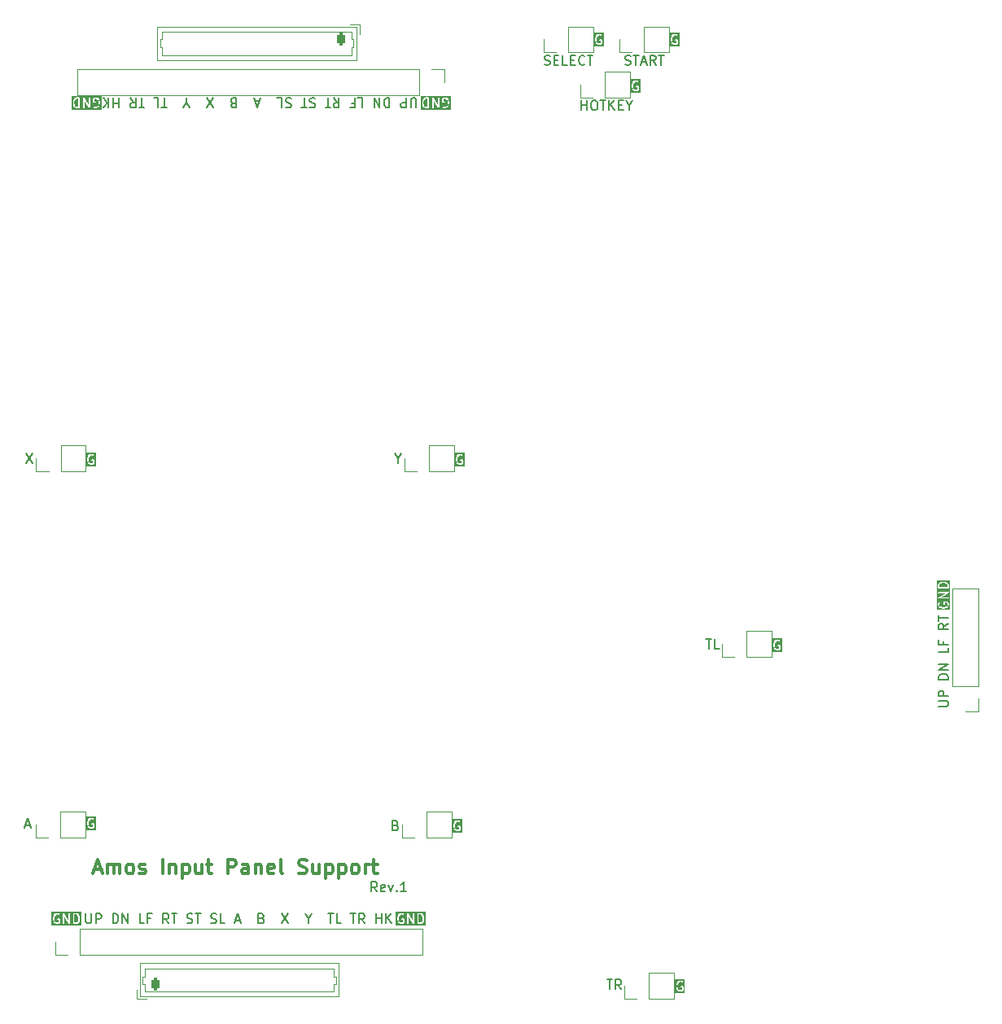
<source format=gbr>
%TF.GenerationSoftware,KiCad,Pcbnew,7.0.7*%
%TF.CreationDate,2023-12-08T18:01:47+09:00*%
%TF.ProjectId,arcade_input_panel_support,61726361-6465-45f6-996e-7075745f7061,1*%
%TF.SameCoordinates,PX25c9d40PY7f6a2a0*%
%TF.FileFunction,Legend,Top*%
%TF.FilePolarity,Positive*%
%FSLAX46Y46*%
G04 Gerber Fmt 4.6, Leading zero omitted, Abs format (unit mm)*
G04 Created by KiCad (PCBNEW 7.0.7) date 2023-12-08 18:01:47*
%MOMM*%
%LPD*%
G01*
G04 APERTURE LIST*
G04 Aperture macros list*
%AMRoundRect*
0 Rectangle with rounded corners*
0 $1 Rounding radius*
0 $2 $3 $4 $5 $6 $7 $8 $9 X,Y pos of 4 corners*
0 Add a 4 corners polygon primitive as box body*
4,1,4,$2,$3,$4,$5,$6,$7,$8,$9,$2,$3,0*
0 Add four circle primitives for the rounded corners*
1,1,$1+$1,$2,$3*
1,1,$1+$1,$4,$5*
1,1,$1+$1,$6,$7*
1,1,$1+$1,$8,$9*
0 Add four rect primitives between the rounded corners*
20,1,$1+$1,$2,$3,$4,$5,0*
20,1,$1+$1,$4,$5,$6,$7,0*
20,1,$1+$1,$6,$7,$8,$9,0*
20,1,$1+$1,$8,$9,$2,$3,0*%
G04 Aperture macros list end*
%ADD10C,0.150000*%
%ADD11C,0.300000*%
%ADD12C,0.120000*%
%ADD13R,1.700000X1.700000*%
%ADD14O,1.700000X1.700000*%
%ADD15RoundRect,0.200000X-0.200000X-0.450000X0.200000X-0.450000X0.200000X0.450000X-0.200000X0.450000X0*%
%ADD16O,0.800000X1.300000*%
%ADD17RoundRect,0.200000X0.200000X0.450000X-0.200000X0.450000X-0.200000X-0.450000X0.200000X-0.450000X0*%
G04 APERTURE END LIST*
D10*
G36*
X91550064Y36996324D02*
G01*
X90495303Y36996324D01*
X90495303Y37642753D01*
X90638160Y37642753D01*
X90639345Y37639496D01*
X90640399Y37624563D01*
X90688018Y37434087D01*
X90690006Y37431143D01*
X90693697Y37418736D01*
X90741316Y37323498D01*
X90742502Y37322375D01*
X90755365Y37304006D01*
X90850603Y37208767D01*
X90854667Y37206872D01*
X90857014Y37203052D01*
X90879919Y37190649D01*
X91022775Y37143030D01*
X91024410Y37143075D01*
X91046493Y37139181D01*
X91141731Y37139181D01*
X91143269Y37139742D01*
X91165448Y37143030D01*
X91308305Y37190649D01*
X91311816Y37193437D01*
X91316285Y37193827D01*
X91337622Y37208768D01*
X91385240Y37256387D01*
X91392158Y37271225D01*
X91402684Y37283768D01*
X91405527Y37299896D01*
X91406921Y37302884D01*
X91406398Y37304835D01*
X91407207Y37309420D01*
X91407207Y37642753D01*
X91400543Y37661062D01*
X91397159Y37680253D01*
X91391974Y37684604D01*
X91389660Y37690962D01*
X91372786Y37700705D01*
X91357859Y37713230D01*
X91348116Y37714948D01*
X91345231Y37716614D01*
X91341948Y37716036D01*
X91332207Y37717753D01*
X91141731Y37717753D01*
X91093522Y37700206D01*
X91067870Y37655777D01*
X91076779Y37605253D01*
X91116079Y37572276D01*
X91141731Y37567753D01*
X91257207Y37567753D01*
X91257207Y37340486D01*
X91244074Y37327353D01*
X91129561Y37289181D01*
X91058663Y37289181D01*
X90944150Y37327352D01*
X90870037Y37401466D01*
X90831543Y37478454D01*
X90788160Y37651988D01*
X90788160Y37776376D01*
X90831543Y37949911D01*
X90870037Y38026897D01*
X90944150Y38101010D01*
X91058663Y38139181D01*
X91171645Y38139181D01*
X91251047Y38099480D01*
X91302013Y38093615D01*
X91344826Y38121881D01*
X91359453Y38171056D01*
X91339050Y38218127D01*
X91318129Y38233644D01*
X91222891Y38281263D01*
X91218437Y38281776D01*
X91215002Y38284658D01*
X91189350Y38289181D01*
X91046493Y38289181D01*
X91044955Y38288622D01*
X91022775Y38285332D01*
X90879919Y38237713D01*
X90876408Y38234927D01*
X90871940Y38234536D01*
X90850603Y38219595D01*
X90755365Y38124357D01*
X90754674Y38122876D01*
X90741316Y38104865D01*
X90693697Y38009627D01*
X90693290Y38006099D01*
X90688018Y37994276D01*
X90640399Y37803800D01*
X90640759Y37800352D01*
X90638160Y37785610D01*
X90638160Y37642753D01*
X90495303Y37642753D01*
X90495303Y38432038D01*
X91550064Y38432038D01*
X91550064Y36996324D01*
G37*
D11*
X20041082Y14343743D02*
X20755368Y14343743D01*
X19898225Y13915172D02*
X20398225Y15415172D01*
X20398225Y15415172D02*
X20898225Y13915172D01*
X21398224Y13915172D02*
X21398224Y14915172D01*
X21398224Y14772315D02*
X21469653Y14843743D01*
X21469653Y14843743D02*
X21612510Y14915172D01*
X21612510Y14915172D02*
X21826796Y14915172D01*
X21826796Y14915172D02*
X21969653Y14843743D01*
X21969653Y14843743D02*
X22041082Y14700886D01*
X22041082Y14700886D02*
X22041082Y13915172D01*
X22041082Y14700886D02*
X22112510Y14843743D01*
X22112510Y14843743D02*
X22255367Y14915172D01*
X22255367Y14915172D02*
X22469653Y14915172D01*
X22469653Y14915172D02*
X22612510Y14843743D01*
X22612510Y14843743D02*
X22683939Y14700886D01*
X22683939Y14700886D02*
X22683939Y13915172D01*
X23612510Y13915172D02*
X23469653Y13986600D01*
X23469653Y13986600D02*
X23398224Y14058029D01*
X23398224Y14058029D02*
X23326796Y14200886D01*
X23326796Y14200886D02*
X23326796Y14629458D01*
X23326796Y14629458D02*
X23398224Y14772315D01*
X23398224Y14772315D02*
X23469653Y14843743D01*
X23469653Y14843743D02*
X23612510Y14915172D01*
X23612510Y14915172D02*
X23826796Y14915172D01*
X23826796Y14915172D02*
X23969653Y14843743D01*
X23969653Y14843743D02*
X24041082Y14772315D01*
X24041082Y14772315D02*
X24112510Y14629458D01*
X24112510Y14629458D02*
X24112510Y14200886D01*
X24112510Y14200886D02*
X24041082Y14058029D01*
X24041082Y14058029D02*
X23969653Y13986600D01*
X23969653Y13986600D02*
X23826796Y13915172D01*
X23826796Y13915172D02*
X23612510Y13915172D01*
X24683939Y13986600D02*
X24826796Y13915172D01*
X24826796Y13915172D02*
X25112510Y13915172D01*
X25112510Y13915172D02*
X25255367Y13986600D01*
X25255367Y13986600D02*
X25326796Y14129458D01*
X25326796Y14129458D02*
X25326796Y14200886D01*
X25326796Y14200886D02*
X25255367Y14343743D01*
X25255367Y14343743D02*
X25112510Y14415172D01*
X25112510Y14415172D02*
X24898225Y14415172D01*
X24898225Y14415172D02*
X24755367Y14486600D01*
X24755367Y14486600D02*
X24683939Y14629458D01*
X24683939Y14629458D02*
X24683939Y14700886D01*
X24683939Y14700886D02*
X24755367Y14843743D01*
X24755367Y14843743D02*
X24898225Y14915172D01*
X24898225Y14915172D02*
X25112510Y14915172D01*
X25112510Y14915172D02*
X25255367Y14843743D01*
X27112510Y13915172D02*
X27112510Y15415172D01*
X27826796Y14915172D02*
X27826796Y13915172D01*
X27826796Y14772315D02*
X27898225Y14843743D01*
X27898225Y14843743D02*
X28041082Y14915172D01*
X28041082Y14915172D02*
X28255368Y14915172D01*
X28255368Y14915172D02*
X28398225Y14843743D01*
X28398225Y14843743D02*
X28469654Y14700886D01*
X28469654Y14700886D02*
X28469654Y13915172D01*
X29183939Y14915172D02*
X29183939Y13415172D01*
X29183939Y14843743D02*
X29326797Y14915172D01*
X29326797Y14915172D02*
X29612511Y14915172D01*
X29612511Y14915172D02*
X29755368Y14843743D01*
X29755368Y14843743D02*
X29826797Y14772315D01*
X29826797Y14772315D02*
X29898225Y14629458D01*
X29898225Y14629458D02*
X29898225Y14200886D01*
X29898225Y14200886D02*
X29826797Y14058029D01*
X29826797Y14058029D02*
X29755368Y13986600D01*
X29755368Y13986600D02*
X29612511Y13915172D01*
X29612511Y13915172D02*
X29326797Y13915172D01*
X29326797Y13915172D02*
X29183939Y13986600D01*
X31183940Y14915172D02*
X31183940Y13915172D01*
X30541082Y14915172D02*
X30541082Y14129458D01*
X30541082Y14129458D02*
X30612511Y13986600D01*
X30612511Y13986600D02*
X30755368Y13915172D01*
X30755368Y13915172D02*
X30969654Y13915172D01*
X30969654Y13915172D02*
X31112511Y13986600D01*
X31112511Y13986600D02*
X31183940Y14058029D01*
X31683940Y14915172D02*
X32255368Y14915172D01*
X31898225Y15415172D02*
X31898225Y14129458D01*
X31898225Y14129458D02*
X31969654Y13986600D01*
X31969654Y13986600D02*
X32112511Y13915172D01*
X32112511Y13915172D02*
X32255368Y13915172D01*
X33898225Y13915172D02*
X33898225Y15415172D01*
X33898225Y15415172D02*
X34469654Y15415172D01*
X34469654Y15415172D02*
X34612511Y15343743D01*
X34612511Y15343743D02*
X34683940Y15272315D01*
X34683940Y15272315D02*
X34755368Y15129458D01*
X34755368Y15129458D02*
X34755368Y14915172D01*
X34755368Y14915172D02*
X34683940Y14772315D01*
X34683940Y14772315D02*
X34612511Y14700886D01*
X34612511Y14700886D02*
X34469654Y14629458D01*
X34469654Y14629458D02*
X33898225Y14629458D01*
X36041083Y13915172D02*
X36041083Y14700886D01*
X36041083Y14700886D02*
X35969654Y14843743D01*
X35969654Y14843743D02*
X35826797Y14915172D01*
X35826797Y14915172D02*
X35541083Y14915172D01*
X35541083Y14915172D02*
X35398225Y14843743D01*
X36041083Y13986600D02*
X35898225Y13915172D01*
X35898225Y13915172D02*
X35541083Y13915172D01*
X35541083Y13915172D02*
X35398225Y13986600D01*
X35398225Y13986600D02*
X35326797Y14129458D01*
X35326797Y14129458D02*
X35326797Y14272315D01*
X35326797Y14272315D02*
X35398225Y14415172D01*
X35398225Y14415172D02*
X35541083Y14486600D01*
X35541083Y14486600D02*
X35898225Y14486600D01*
X35898225Y14486600D02*
X36041083Y14558029D01*
X36755368Y14915172D02*
X36755368Y13915172D01*
X36755368Y14772315D02*
X36826797Y14843743D01*
X36826797Y14843743D02*
X36969654Y14915172D01*
X36969654Y14915172D02*
X37183940Y14915172D01*
X37183940Y14915172D02*
X37326797Y14843743D01*
X37326797Y14843743D02*
X37398226Y14700886D01*
X37398226Y14700886D02*
X37398226Y13915172D01*
X38683940Y13986600D02*
X38541083Y13915172D01*
X38541083Y13915172D02*
X38255369Y13915172D01*
X38255369Y13915172D02*
X38112511Y13986600D01*
X38112511Y13986600D02*
X38041083Y14129458D01*
X38041083Y14129458D02*
X38041083Y14700886D01*
X38041083Y14700886D02*
X38112511Y14843743D01*
X38112511Y14843743D02*
X38255369Y14915172D01*
X38255369Y14915172D02*
X38541083Y14915172D01*
X38541083Y14915172D02*
X38683940Y14843743D01*
X38683940Y14843743D02*
X38755369Y14700886D01*
X38755369Y14700886D02*
X38755369Y14558029D01*
X38755369Y14558029D02*
X38041083Y14415172D01*
X39612511Y13915172D02*
X39469654Y13986600D01*
X39469654Y13986600D02*
X39398225Y14129458D01*
X39398225Y14129458D02*
X39398225Y15415172D01*
X41255368Y13986600D02*
X41469654Y13915172D01*
X41469654Y13915172D02*
X41826796Y13915172D01*
X41826796Y13915172D02*
X41969654Y13986600D01*
X41969654Y13986600D02*
X42041082Y14058029D01*
X42041082Y14058029D02*
X42112511Y14200886D01*
X42112511Y14200886D02*
X42112511Y14343743D01*
X42112511Y14343743D02*
X42041082Y14486600D01*
X42041082Y14486600D02*
X41969654Y14558029D01*
X41969654Y14558029D02*
X41826796Y14629458D01*
X41826796Y14629458D02*
X41541082Y14700886D01*
X41541082Y14700886D02*
X41398225Y14772315D01*
X41398225Y14772315D02*
X41326796Y14843743D01*
X41326796Y14843743D02*
X41255368Y14986600D01*
X41255368Y14986600D02*
X41255368Y15129458D01*
X41255368Y15129458D02*
X41326796Y15272315D01*
X41326796Y15272315D02*
X41398225Y15343743D01*
X41398225Y15343743D02*
X41541082Y15415172D01*
X41541082Y15415172D02*
X41898225Y15415172D01*
X41898225Y15415172D02*
X42112511Y15343743D01*
X43398225Y14915172D02*
X43398225Y13915172D01*
X42755367Y14915172D02*
X42755367Y14129458D01*
X42755367Y14129458D02*
X42826796Y13986600D01*
X42826796Y13986600D02*
X42969653Y13915172D01*
X42969653Y13915172D02*
X43183939Y13915172D01*
X43183939Y13915172D02*
X43326796Y13986600D01*
X43326796Y13986600D02*
X43398225Y14058029D01*
X44112510Y14915172D02*
X44112510Y13415172D01*
X44112510Y14843743D02*
X44255368Y14915172D01*
X44255368Y14915172D02*
X44541082Y14915172D01*
X44541082Y14915172D02*
X44683939Y14843743D01*
X44683939Y14843743D02*
X44755368Y14772315D01*
X44755368Y14772315D02*
X44826796Y14629458D01*
X44826796Y14629458D02*
X44826796Y14200886D01*
X44826796Y14200886D02*
X44755368Y14058029D01*
X44755368Y14058029D02*
X44683939Y13986600D01*
X44683939Y13986600D02*
X44541082Y13915172D01*
X44541082Y13915172D02*
X44255368Y13915172D01*
X44255368Y13915172D02*
X44112510Y13986600D01*
X45469653Y14915172D02*
X45469653Y13415172D01*
X45469653Y14843743D02*
X45612511Y14915172D01*
X45612511Y14915172D02*
X45898225Y14915172D01*
X45898225Y14915172D02*
X46041082Y14843743D01*
X46041082Y14843743D02*
X46112511Y14772315D01*
X46112511Y14772315D02*
X46183939Y14629458D01*
X46183939Y14629458D02*
X46183939Y14200886D01*
X46183939Y14200886D02*
X46112511Y14058029D01*
X46112511Y14058029D02*
X46041082Y13986600D01*
X46041082Y13986600D02*
X45898225Y13915172D01*
X45898225Y13915172D02*
X45612511Y13915172D01*
X45612511Y13915172D02*
X45469653Y13986600D01*
X47041082Y13915172D02*
X46898225Y13986600D01*
X46898225Y13986600D02*
X46826796Y14058029D01*
X46826796Y14058029D02*
X46755368Y14200886D01*
X46755368Y14200886D02*
X46755368Y14629458D01*
X46755368Y14629458D02*
X46826796Y14772315D01*
X46826796Y14772315D02*
X46898225Y14843743D01*
X46898225Y14843743D02*
X47041082Y14915172D01*
X47041082Y14915172D02*
X47255368Y14915172D01*
X47255368Y14915172D02*
X47398225Y14843743D01*
X47398225Y14843743D02*
X47469654Y14772315D01*
X47469654Y14772315D02*
X47541082Y14629458D01*
X47541082Y14629458D02*
X47541082Y14200886D01*
X47541082Y14200886D02*
X47469654Y14058029D01*
X47469654Y14058029D02*
X47398225Y13986600D01*
X47398225Y13986600D02*
X47255368Y13915172D01*
X47255368Y13915172D02*
X47041082Y13915172D01*
X48183939Y13915172D02*
X48183939Y14915172D01*
X48183939Y14629458D02*
X48255368Y14772315D01*
X48255368Y14772315D02*
X48326797Y14843743D01*
X48326797Y14843743D02*
X48469654Y14915172D01*
X48469654Y14915172D02*
X48612511Y14915172D01*
X48898225Y14915172D02*
X49469653Y14915172D01*
X49112510Y15415172D02*
X49112510Y14129458D01*
X49112510Y14129458D02*
X49183939Y13986600D01*
X49183939Y13986600D02*
X49326796Y13915172D01*
X49326796Y13915172D02*
X49469653Y13915172D01*
D10*
X107835819Y31324780D02*
X108645342Y31324780D01*
X108645342Y31324780D02*
X108740580Y31372399D01*
X108740580Y31372399D02*
X108788200Y31420018D01*
X108788200Y31420018D02*
X108835819Y31515256D01*
X108835819Y31515256D02*
X108835819Y31705732D01*
X108835819Y31705732D02*
X108788200Y31800970D01*
X108788200Y31800970D02*
X108740580Y31848589D01*
X108740580Y31848589D02*
X108645342Y31896208D01*
X108645342Y31896208D02*
X107835819Y31896208D01*
X108835819Y32372399D02*
X107835819Y32372399D01*
X107835819Y32372399D02*
X107835819Y32753351D01*
X107835819Y32753351D02*
X107883438Y32848589D01*
X107883438Y32848589D02*
X107931057Y32896208D01*
X107931057Y32896208D02*
X108026295Y32943827D01*
X108026295Y32943827D02*
X108169152Y32943827D01*
X108169152Y32943827D02*
X108264390Y32896208D01*
X108264390Y32896208D02*
X108312009Y32848589D01*
X108312009Y32848589D02*
X108359628Y32753351D01*
X108359628Y32753351D02*
X108359628Y32372399D01*
X108835819Y34134304D02*
X107835819Y34134304D01*
X107835819Y34134304D02*
X107835819Y34372399D01*
X107835819Y34372399D02*
X107883438Y34515256D01*
X107883438Y34515256D02*
X107978676Y34610494D01*
X107978676Y34610494D02*
X108073914Y34658113D01*
X108073914Y34658113D02*
X108264390Y34705732D01*
X108264390Y34705732D02*
X108407247Y34705732D01*
X108407247Y34705732D02*
X108597723Y34658113D01*
X108597723Y34658113D02*
X108692961Y34610494D01*
X108692961Y34610494D02*
X108788200Y34515256D01*
X108788200Y34515256D02*
X108835819Y34372399D01*
X108835819Y34372399D02*
X108835819Y34134304D01*
X108835819Y35134304D02*
X107835819Y35134304D01*
X107835819Y35134304D02*
X108835819Y35705732D01*
X108835819Y35705732D02*
X107835819Y35705732D01*
X108835819Y37420018D02*
X108835819Y36943828D01*
X108835819Y36943828D02*
X107835819Y36943828D01*
X108312009Y38086685D02*
X108312009Y37753352D01*
X108835819Y37753352D02*
X107835819Y37753352D01*
X107835819Y37753352D02*
X107835819Y38229542D01*
X108835819Y39943828D02*
X108359628Y39610495D01*
X108835819Y39372400D02*
X107835819Y39372400D01*
X107835819Y39372400D02*
X107835819Y39753352D01*
X107835819Y39753352D02*
X107883438Y39848590D01*
X107883438Y39848590D02*
X107931057Y39896209D01*
X107931057Y39896209D02*
X108026295Y39943828D01*
X108026295Y39943828D02*
X108169152Y39943828D01*
X108169152Y39943828D02*
X108264390Y39896209D01*
X108264390Y39896209D02*
X108312009Y39848590D01*
X108312009Y39848590D02*
X108359628Y39753352D01*
X108359628Y39753352D02*
X108359628Y39372400D01*
X107835819Y40229543D02*
X107835819Y40800971D01*
X108835819Y40515257D02*
X107835819Y40515257D01*
G36*
X18218836Y9653010D02*
G01*
X18292948Y9578897D01*
X18331442Y9501910D01*
X18374826Y9328376D01*
X18374826Y9203988D01*
X18331442Y9030454D01*
X18292948Y8953466D01*
X18218836Y8879353D01*
X18104323Y8841181D01*
X17953398Y8841181D01*
X17953398Y9691181D01*
X18104323Y9691181D01*
X18218836Y9653010D01*
G37*
G36*
X18667683Y8548324D02*
G01*
X15565303Y8548324D01*
X15565303Y9194753D01*
X15708160Y9194753D01*
X15709345Y9191496D01*
X15710399Y9176563D01*
X15758018Y8986087D01*
X15760006Y8983143D01*
X15763697Y8970736D01*
X15811316Y8875498D01*
X15812502Y8874375D01*
X15825365Y8856006D01*
X15920603Y8760767D01*
X15924667Y8758872D01*
X15927014Y8755052D01*
X15949919Y8742649D01*
X16092775Y8695030D01*
X16094410Y8695075D01*
X16116493Y8691181D01*
X16211731Y8691181D01*
X16213269Y8691742D01*
X16235448Y8695030D01*
X16378305Y8742649D01*
X16381816Y8745437D01*
X16386285Y8745827D01*
X16407622Y8760768D01*
X16413035Y8766181D01*
X16755779Y8766181D01*
X16773326Y8717972D01*
X16817755Y8692320D01*
X16868279Y8701229D01*
X16901256Y8740529D01*
X16905779Y8766181D01*
X16905779Y9483765D01*
X17337089Y8728970D01*
X17342382Y8724489D01*
X17344754Y8717972D01*
X17361491Y8708309D01*
X17376242Y8695819D01*
X17383176Y8695789D01*
X17389183Y8692320D01*
X17408216Y8695677D01*
X17427544Y8695590D01*
X17432877Y8700025D01*
X17439707Y8701229D01*
X17452131Y8716036D01*
X17466991Y8728392D01*
X17468225Y8735216D01*
X17472684Y8740529D01*
X17477207Y8766181D01*
X17803398Y8766181D01*
X17810061Y8747873D01*
X17813446Y8728681D01*
X17818630Y8724331D01*
X17820945Y8717972D01*
X17837818Y8708230D01*
X17852746Y8695704D01*
X17862488Y8693987D01*
X17865374Y8692320D01*
X17868656Y8692899D01*
X17878398Y8691181D01*
X18116493Y8691181D01*
X18118031Y8691742D01*
X18140210Y8695030D01*
X18283067Y8742649D01*
X18286579Y8745437D01*
X18291046Y8745827D01*
X18312383Y8760767D01*
X18407622Y8856007D01*
X18408313Y8857490D01*
X18421670Y8875498D01*
X18469289Y8970736D01*
X18469695Y8974265D01*
X18474968Y8986087D01*
X18522587Y9176563D01*
X18522226Y9180012D01*
X18524826Y9194753D01*
X18524826Y9337610D01*
X18523640Y9340868D01*
X18522587Y9355800D01*
X18474968Y9546276D01*
X18472979Y9549221D01*
X18469289Y9561627D01*
X18421670Y9656865D01*
X18420483Y9657989D01*
X18407621Y9676357D01*
X18312383Y9771595D01*
X18308319Y9773490D01*
X18305972Y9777311D01*
X18283067Y9789713D01*
X18140210Y9837332D01*
X18138575Y9837288D01*
X18116493Y9841181D01*
X17878398Y9841181D01*
X17860089Y9834518D01*
X17840898Y9831133D01*
X17836547Y9825949D01*
X17830189Y9823634D01*
X17820446Y9806761D01*
X17807921Y9791833D01*
X17806203Y9782091D01*
X17804537Y9779205D01*
X17805115Y9775923D01*
X17803398Y9766181D01*
X17803398Y8766181D01*
X17477207Y8766181D01*
X17477207Y9766181D01*
X17459660Y9814390D01*
X17415231Y9840042D01*
X17364707Y9831133D01*
X17331730Y9791833D01*
X17327207Y9766181D01*
X17327207Y9048598D01*
X16895897Y9803391D01*
X16890604Y9807873D01*
X16888232Y9814390D01*
X16871492Y9824055D01*
X16856744Y9836543D01*
X16849809Y9836574D01*
X16843803Y9840042D01*
X16824769Y9836686D01*
X16805442Y9836772D01*
X16800108Y9832338D01*
X16793279Y9831133D01*
X16780854Y9816327D01*
X16765995Y9803970D01*
X16764760Y9797147D01*
X16760302Y9791833D01*
X16755779Y9766181D01*
X16755779Y8766181D01*
X16413035Y8766181D01*
X16455240Y8808387D01*
X16462158Y8823225D01*
X16472684Y8835768D01*
X16475527Y8851896D01*
X16476921Y8854884D01*
X16476398Y8856835D01*
X16477207Y8861420D01*
X16477207Y9194753D01*
X16470543Y9213062D01*
X16467159Y9232253D01*
X16461974Y9236604D01*
X16459660Y9242962D01*
X16442786Y9252705D01*
X16427859Y9265230D01*
X16418116Y9266948D01*
X16415231Y9268614D01*
X16411948Y9268036D01*
X16402207Y9269753D01*
X16211731Y9269753D01*
X16163522Y9252206D01*
X16137870Y9207777D01*
X16146779Y9157253D01*
X16186079Y9124276D01*
X16211731Y9119753D01*
X16327207Y9119753D01*
X16327207Y8892486D01*
X16314074Y8879353D01*
X16199561Y8841181D01*
X16128663Y8841181D01*
X16014150Y8879352D01*
X15940037Y8953466D01*
X15901543Y9030453D01*
X15858160Y9203988D01*
X15858160Y9328377D01*
X15901543Y9501910D01*
X15940037Y9578897D01*
X16014150Y9653011D01*
X16128663Y9691181D01*
X16241645Y9691181D01*
X16321047Y9651480D01*
X16372013Y9645615D01*
X16414826Y9673881D01*
X16429453Y9723056D01*
X16409050Y9770127D01*
X16388129Y9785644D01*
X16292891Y9833263D01*
X16288437Y9833776D01*
X16285002Y9836658D01*
X16259350Y9841181D01*
X16116493Y9841181D01*
X16114955Y9840622D01*
X16092775Y9837332D01*
X15949919Y9789713D01*
X15946408Y9786927D01*
X15941940Y9786536D01*
X15920603Y9771595D01*
X15825365Y9676357D01*
X15824674Y9674876D01*
X15811316Y9656865D01*
X15763697Y9561627D01*
X15763290Y9558099D01*
X15758018Y9546276D01*
X15710399Y9355800D01*
X15710759Y9352352D01*
X15708160Y9337610D01*
X15708160Y9194753D01*
X15565303Y9194753D01*
X15565303Y9984038D01*
X18667683Y9984038D01*
X18667683Y8548324D01*
G37*
G36*
X81440864Y1512524D02*
G01*
X80386103Y1512524D01*
X80386103Y2158953D01*
X80528960Y2158953D01*
X80530145Y2155696D01*
X80531199Y2140763D01*
X80578818Y1950287D01*
X80580806Y1947343D01*
X80584497Y1934936D01*
X80632116Y1839698D01*
X80633302Y1838575D01*
X80646165Y1820206D01*
X80741403Y1724967D01*
X80745467Y1723072D01*
X80747814Y1719252D01*
X80770719Y1706849D01*
X80913575Y1659230D01*
X80915210Y1659275D01*
X80937293Y1655381D01*
X81032531Y1655381D01*
X81034069Y1655942D01*
X81056248Y1659230D01*
X81199105Y1706849D01*
X81202616Y1709637D01*
X81207085Y1710027D01*
X81228422Y1724968D01*
X81276040Y1772587D01*
X81282958Y1787425D01*
X81293484Y1799968D01*
X81296327Y1816096D01*
X81297721Y1819084D01*
X81297198Y1821035D01*
X81298007Y1825620D01*
X81298007Y2158953D01*
X81291343Y2177262D01*
X81287959Y2196453D01*
X81282774Y2200804D01*
X81280460Y2207162D01*
X81263586Y2216905D01*
X81248659Y2229430D01*
X81238916Y2231148D01*
X81236031Y2232814D01*
X81232748Y2232236D01*
X81223007Y2233953D01*
X81032531Y2233953D01*
X80984322Y2216406D01*
X80958670Y2171977D01*
X80967579Y2121453D01*
X81006879Y2088476D01*
X81032531Y2083953D01*
X81148007Y2083953D01*
X81148007Y1856686D01*
X81134874Y1843553D01*
X81020361Y1805381D01*
X80949463Y1805381D01*
X80834950Y1843552D01*
X80760837Y1917666D01*
X80722343Y1994653D01*
X80678960Y2168187D01*
X80678960Y2292576D01*
X80722343Y2466111D01*
X80760836Y2543097D01*
X80834950Y2617210D01*
X80949463Y2655381D01*
X81062445Y2655381D01*
X81141847Y2615680D01*
X81192813Y2609815D01*
X81235626Y2638081D01*
X81250253Y2687256D01*
X81229850Y2734327D01*
X81208929Y2749844D01*
X81113691Y2797463D01*
X81109237Y2797976D01*
X81105802Y2800858D01*
X81080150Y2805381D01*
X80937293Y2805381D01*
X80935755Y2804822D01*
X80913575Y2801532D01*
X80770719Y2753913D01*
X80767208Y2751127D01*
X80762740Y2750736D01*
X80741403Y2735795D01*
X80646165Y2640557D01*
X80645474Y2639076D01*
X80632116Y2621065D01*
X80584497Y2525827D01*
X80584090Y2522299D01*
X80578818Y2510476D01*
X80531199Y2320000D01*
X80531559Y2316552D01*
X80528960Y2301810D01*
X80528960Y2158953D01*
X80386103Y2158953D01*
X80386103Y2948238D01*
X81440864Y2948238D01*
X81440864Y1512524D01*
G37*
X19132779Y9766181D02*
X19132779Y8956658D01*
X19132779Y8956658D02*
X19180398Y8861420D01*
X19180398Y8861420D02*
X19228017Y8813800D01*
X19228017Y8813800D02*
X19323255Y8766181D01*
X19323255Y8766181D02*
X19513731Y8766181D01*
X19513731Y8766181D02*
X19608969Y8813800D01*
X19608969Y8813800D02*
X19656588Y8861420D01*
X19656588Y8861420D02*
X19704207Y8956658D01*
X19704207Y8956658D02*
X19704207Y9766181D01*
X20180398Y8766181D02*
X20180398Y9766181D01*
X20180398Y9766181D02*
X20561350Y9766181D01*
X20561350Y9766181D02*
X20656588Y9718562D01*
X20656588Y9718562D02*
X20704207Y9670943D01*
X20704207Y9670943D02*
X20751826Y9575705D01*
X20751826Y9575705D02*
X20751826Y9432848D01*
X20751826Y9432848D02*
X20704207Y9337610D01*
X20704207Y9337610D02*
X20656588Y9289991D01*
X20656588Y9289991D02*
X20561350Y9242372D01*
X20561350Y9242372D02*
X20180398Y9242372D01*
X21942303Y8766181D02*
X21942303Y9766181D01*
X21942303Y9766181D02*
X22180398Y9766181D01*
X22180398Y9766181D02*
X22323255Y9718562D01*
X22323255Y9718562D02*
X22418493Y9623324D01*
X22418493Y9623324D02*
X22466112Y9528086D01*
X22466112Y9528086D02*
X22513731Y9337610D01*
X22513731Y9337610D02*
X22513731Y9194753D01*
X22513731Y9194753D02*
X22466112Y9004277D01*
X22466112Y9004277D02*
X22418493Y8909039D01*
X22418493Y8909039D02*
X22323255Y8813800D01*
X22323255Y8813800D02*
X22180398Y8766181D01*
X22180398Y8766181D02*
X21942303Y8766181D01*
X22942303Y8766181D02*
X22942303Y9766181D01*
X22942303Y9766181D02*
X23513731Y8766181D01*
X23513731Y8766181D02*
X23513731Y9766181D01*
X25228017Y8766181D02*
X24751827Y8766181D01*
X24751827Y8766181D02*
X24751827Y9766181D01*
X25894684Y9289991D02*
X25561351Y9289991D01*
X25561351Y8766181D02*
X25561351Y9766181D01*
X25561351Y9766181D02*
X26037541Y9766181D01*
X27751827Y8766181D02*
X27418494Y9242372D01*
X27180399Y8766181D02*
X27180399Y9766181D01*
X27180399Y9766181D02*
X27561351Y9766181D01*
X27561351Y9766181D02*
X27656589Y9718562D01*
X27656589Y9718562D02*
X27704208Y9670943D01*
X27704208Y9670943D02*
X27751827Y9575705D01*
X27751827Y9575705D02*
X27751827Y9432848D01*
X27751827Y9432848D02*
X27704208Y9337610D01*
X27704208Y9337610D02*
X27656589Y9289991D01*
X27656589Y9289991D02*
X27561351Y9242372D01*
X27561351Y9242372D02*
X27180399Y9242372D01*
X28037542Y9766181D02*
X28608970Y9766181D01*
X28323256Y8766181D02*
X28323256Y9766181D01*
X29656590Y8813800D02*
X29799447Y8766181D01*
X29799447Y8766181D02*
X30037542Y8766181D01*
X30037542Y8766181D02*
X30132780Y8813800D01*
X30132780Y8813800D02*
X30180399Y8861420D01*
X30180399Y8861420D02*
X30228018Y8956658D01*
X30228018Y8956658D02*
X30228018Y9051896D01*
X30228018Y9051896D02*
X30180399Y9147134D01*
X30180399Y9147134D02*
X30132780Y9194753D01*
X30132780Y9194753D02*
X30037542Y9242372D01*
X30037542Y9242372D02*
X29847066Y9289991D01*
X29847066Y9289991D02*
X29751828Y9337610D01*
X29751828Y9337610D02*
X29704209Y9385229D01*
X29704209Y9385229D02*
X29656590Y9480467D01*
X29656590Y9480467D02*
X29656590Y9575705D01*
X29656590Y9575705D02*
X29704209Y9670943D01*
X29704209Y9670943D02*
X29751828Y9718562D01*
X29751828Y9718562D02*
X29847066Y9766181D01*
X29847066Y9766181D02*
X30085161Y9766181D01*
X30085161Y9766181D02*
X30228018Y9718562D01*
X30513733Y9766181D02*
X31085161Y9766181D01*
X30799447Y8766181D02*
X30799447Y9766181D01*
X32132781Y8813800D02*
X32275638Y8766181D01*
X32275638Y8766181D02*
X32513733Y8766181D01*
X32513733Y8766181D02*
X32608971Y8813800D01*
X32608971Y8813800D02*
X32656590Y8861420D01*
X32656590Y8861420D02*
X32704209Y8956658D01*
X32704209Y8956658D02*
X32704209Y9051896D01*
X32704209Y9051896D02*
X32656590Y9147134D01*
X32656590Y9147134D02*
X32608971Y9194753D01*
X32608971Y9194753D02*
X32513733Y9242372D01*
X32513733Y9242372D02*
X32323257Y9289991D01*
X32323257Y9289991D02*
X32228019Y9337610D01*
X32228019Y9337610D02*
X32180400Y9385229D01*
X32180400Y9385229D02*
X32132781Y9480467D01*
X32132781Y9480467D02*
X32132781Y9575705D01*
X32132781Y9575705D02*
X32180400Y9670943D01*
X32180400Y9670943D02*
X32228019Y9718562D01*
X32228019Y9718562D02*
X32323257Y9766181D01*
X32323257Y9766181D02*
X32561352Y9766181D01*
X32561352Y9766181D02*
X32704209Y9718562D01*
X33608971Y8766181D02*
X33132781Y8766181D01*
X33132781Y8766181D02*
X33132781Y9766181D01*
X34656591Y9051896D02*
X35132781Y9051896D01*
X34561353Y8766181D02*
X34894686Y9766181D01*
X34894686Y9766181D02*
X35228019Y8766181D01*
X37418496Y9289991D02*
X37561353Y9242372D01*
X37561353Y9242372D02*
X37608972Y9194753D01*
X37608972Y9194753D02*
X37656591Y9099515D01*
X37656591Y9099515D02*
X37656591Y8956658D01*
X37656591Y8956658D02*
X37608972Y8861420D01*
X37608972Y8861420D02*
X37561353Y8813800D01*
X37561353Y8813800D02*
X37466115Y8766181D01*
X37466115Y8766181D02*
X37085163Y8766181D01*
X37085163Y8766181D02*
X37085163Y9766181D01*
X37085163Y9766181D02*
X37418496Y9766181D01*
X37418496Y9766181D02*
X37513734Y9718562D01*
X37513734Y9718562D02*
X37561353Y9670943D01*
X37561353Y9670943D02*
X37608972Y9575705D01*
X37608972Y9575705D02*
X37608972Y9480467D01*
X37608972Y9480467D02*
X37561353Y9385229D01*
X37561353Y9385229D02*
X37513734Y9337610D01*
X37513734Y9337610D02*
X37418496Y9289991D01*
X37418496Y9289991D02*
X37085163Y9289991D01*
X39513735Y9766181D02*
X40180401Y8766181D01*
X40180401Y9766181D02*
X39513735Y8766181D01*
X42275640Y9242372D02*
X42275640Y8766181D01*
X41942307Y9766181D02*
X42275640Y9242372D01*
X42275640Y9242372D02*
X42608973Y9766181D01*
X44323260Y9766181D02*
X44894688Y9766181D01*
X44608974Y8766181D02*
X44608974Y9766181D01*
X45704212Y8766181D02*
X45228022Y8766181D01*
X45228022Y8766181D02*
X45228022Y9766181D01*
X46656594Y9766181D02*
X47228022Y9766181D01*
X46942308Y8766181D02*
X46942308Y9766181D01*
X48132784Y8766181D02*
X47799451Y9242372D01*
X47561356Y8766181D02*
X47561356Y9766181D01*
X47561356Y9766181D02*
X47942308Y9766181D01*
X47942308Y9766181D02*
X48037546Y9718562D01*
X48037546Y9718562D02*
X48085165Y9670943D01*
X48085165Y9670943D02*
X48132784Y9575705D01*
X48132784Y9575705D02*
X48132784Y9432848D01*
X48132784Y9432848D02*
X48085165Y9337610D01*
X48085165Y9337610D02*
X48037546Y9289991D01*
X48037546Y9289991D02*
X47942308Y9242372D01*
X47942308Y9242372D02*
X47561356Y9242372D01*
X49323261Y8766181D02*
X49323261Y9766181D01*
X49323261Y9289991D02*
X49894689Y9289991D01*
X49894689Y8766181D02*
X49894689Y9766181D01*
X50370880Y8766181D02*
X50370880Y9766181D01*
X50942308Y8766181D02*
X50513737Y9337610D01*
X50942308Y9766181D02*
X50370880Y9194753D01*
G36*
X76818064Y95162324D02*
G01*
X75763303Y95162324D01*
X75763303Y95808753D01*
X75906160Y95808753D01*
X75907345Y95805496D01*
X75908399Y95790563D01*
X75956018Y95600087D01*
X75958006Y95597143D01*
X75961697Y95584736D01*
X76009316Y95489498D01*
X76010502Y95488375D01*
X76023365Y95470006D01*
X76118603Y95374767D01*
X76122667Y95372872D01*
X76125014Y95369052D01*
X76147919Y95356649D01*
X76290775Y95309030D01*
X76292410Y95309075D01*
X76314493Y95305181D01*
X76409731Y95305181D01*
X76411269Y95305742D01*
X76433448Y95309030D01*
X76576305Y95356649D01*
X76579816Y95359437D01*
X76584285Y95359827D01*
X76605622Y95374768D01*
X76653240Y95422387D01*
X76660158Y95437225D01*
X76670684Y95449768D01*
X76673527Y95465896D01*
X76674921Y95468884D01*
X76674398Y95470835D01*
X76675207Y95475420D01*
X76675207Y95808753D01*
X76668543Y95827062D01*
X76665159Y95846253D01*
X76659974Y95850604D01*
X76657660Y95856962D01*
X76640786Y95866705D01*
X76625859Y95879230D01*
X76616116Y95880948D01*
X76613231Y95882614D01*
X76609948Y95882036D01*
X76600207Y95883753D01*
X76409731Y95883753D01*
X76361522Y95866206D01*
X76335870Y95821777D01*
X76344779Y95771253D01*
X76384079Y95738276D01*
X76409731Y95733753D01*
X76525207Y95733753D01*
X76525207Y95506486D01*
X76512074Y95493353D01*
X76397561Y95455181D01*
X76326663Y95455181D01*
X76212150Y95493352D01*
X76138037Y95567466D01*
X76099543Y95644453D01*
X76056160Y95817987D01*
X76056160Y95942377D01*
X76099543Y96115910D01*
X76138037Y96192898D01*
X76212150Y96267011D01*
X76326663Y96305181D01*
X76439645Y96305181D01*
X76519047Y96265480D01*
X76570013Y96259615D01*
X76612826Y96287881D01*
X76627453Y96337056D01*
X76607050Y96384127D01*
X76586129Y96399644D01*
X76490891Y96447263D01*
X76486437Y96447776D01*
X76483002Y96450658D01*
X76457350Y96455181D01*
X76314493Y96455181D01*
X76312955Y96454622D01*
X76290775Y96451332D01*
X76147919Y96403713D01*
X76144408Y96400927D01*
X76139940Y96400536D01*
X76118603Y96385595D01*
X76023365Y96290357D01*
X76022674Y96288876D01*
X76009316Y96270865D01*
X75961697Y96175627D01*
X75961290Y96172099D01*
X75956018Y96160276D01*
X75908399Y95969800D01*
X75908759Y95966352D01*
X75906160Y95951610D01*
X75906160Y95808753D01*
X75763303Y95808753D01*
X75763303Y96598038D01*
X76818064Y96598038D01*
X76818064Y95162324D01*
G37*
G36*
X20176064Y18454324D02*
G01*
X19121303Y18454324D01*
X19121303Y19100753D01*
X19264160Y19100753D01*
X19265345Y19097496D01*
X19266399Y19082563D01*
X19314018Y18892087D01*
X19316006Y18889143D01*
X19319697Y18876736D01*
X19367316Y18781498D01*
X19368502Y18780375D01*
X19381365Y18762006D01*
X19476603Y18666767D01*
X19480667Y18664872D01*
X19483014Y18661052D01*
X19505919Y18648649D01*
X19648775Y18601030D01*
X19650410Y18601075D01*
X19672493Y18597181D01*
X19767731Y18597181D01*
X19769269Y18597742D01*
X19791448Y18601030D01*
X19934305Y18648649D01*
X19937816Y18651437D01*
X19942285Y18651827D01*
X19963622Y18666768D01*
X20011240Y18714387D01*
X20018158Y18729225D01*
X20028684Y18741768D01*
X20031527Y18757896D01*
X20032921Y18760884D01*
X20032398Y18762835D01*
X20033207Y18767420D01*
X20033207Y19100753D01*
X20026543Y19119062D01*
X20023159Y19138253D01*
X20017974Y19142604D01*
X20015660Y19148962D01*
X19998786Y19158705D01*
X19983859Y19171230D01*
X19974116Y19172948D01*
X19971231Y19174614D01*
X19967948Y19174036D01*
X19958207Y19175753D01*
X19767731Y19175753D01*
X19719522Y19158206D01*
X19693870Y19113777D01*
X19702779Y19063253D01*
X19742079Y19030276D01*
X19767731Y19025753D01*
X19883207Y19025753D01*
X19883207Y18798486D01*
X19870074Y18785353D01*
X19755561Y18747181D01*
X19684663Y18747181D01*
X19570150Y18785352D01*
X19496037Y18859466D01*
X19457543Y18936453D01*
X19414160Y19109987D01*
X19414160Y19234376D01*
X19457543Y19407911D01*
X19496036Y19484897D01*
X19570150Y19559010D01*
X19684663Y19597181D01*
X19797645Y19597181D01*
X19877047Y19557480D01*
X19928013Y19551615D01*
X19970826Y19579881D01*
X19985453Y19629056D01*
X19965050Y19676127D01*
X19944129Y19691644D01*
X19848891Y19739263D01*
X19844437Y19739776D01*
X19841002Y19742658D01*
X19815350Y19747181D01*
X19672493Y19747181D01*
X19670955Y19746622D01*
X19648775Y19743332D01*
X19505919Y19695713D01*
X19502408Y19692927D01*
X19497940Y19692536D01*
X19476603Y19677595D01*
X19381365Y19582357D01*
X19380674Y19580876D01*
X19367316Y19562865D01*
X19319697Y19467627D01*
X19319290Y19464099D01*
X19314018Y19452276D01*
X19266399Y19261800D01*
X19266759Y19258352D01*
X19264160Y19243610D01*
X19264160Y19100753D01*
X19121303Y19100753D01*
X19121303Y19890038D01*
X20176064Y19890038D01*
X20176064Y18454324D01*
G37*
X73345922Y2908181D02*
X73917350Y2908181D01*
X73631636Y1908181D02*
X73631636Y2908181D01*
X74822112Y1908181D02*
X74488779Y2384372D01*
X74250684Y1908181D02*
X74250684Y2908181D01*
X74250684Y2908181D02*
X74631636Y2908181D01*
X74631636Y2908181D02*
X74726874Y2860562D01*
X74726874Y2860562D02*
X74774493Y2812943D01*
X74774493Y2812943D02*
X74822112Y2717705D01*
X74822112Y2717705D02*
X74822112Y2574848D01*
X74822112Y2574848D02*
X74774493Y2479610D01*
X74774493Y2479610D02*
X74726874Y2431991D01*
X74726874Y2431991D02*
X74631636Y2384372D01*
X74631636Y2384372D02*
X74250684Y2384372D01*
X83632922Y38341181D02*
X84204350Y38341181D01*
X83918636Y37341181D02*
X83918636Y38341181D01*
X85013874Y37341181D02*
X84537684Y37341181D01*
X84537684Y37341181D02*
X84537684Y38341181D01*
X51343112Y18941991D02*
X51485969Y18894372D01*
X51485969Y18894372D02*
X51533588Y18846753D01*
X51533588Y18846753D02*
X51581207Y18751515D01*
X51581207Y18751515D02*
X51581207Y18608658D01*
X51581207Y18608658D02*
X51533588Y18513420D01*
X51533588Y18513420D02*
X51485969Y18465800D01*
X51485969Y18465800D02*
X51390731Y18418181D01*
X51390731Y18418181D02*
X51009779Y18418181D01*
X51009779Y18418181D02*
X51009779Y19418181D01*
X51009779Y19418181D02*
X51343112Y19418181D01*
X51343112Y19418181D02*
X51438350Y19370562D01*
X51438350Y19370562D02*
X51485969Y19322943D01*
X51485969Y19322943D02*
X51533588Y19227705D01*
X51533588Y19227705D02*
X51533588Y19132467D01*
X51533588Y19132467D02*
X51485969Y19037229D01*
X51485969Y19037229D02*
X51438350Y18989610D01*
X51438350Y18989610D02*
X51343112Y18941991D01*
X51343112Y18941991D02*
X51009779Y18941991D01*
G36*
X20176064Y56300324D02*
G01*
X19121303Y56300324D01*
X19121303Y56946753D01*
X19264160Y56946753D01*
X19265345Y56943496D01*
X19266399Y56928563D01*
X19314018Y56738087D01*
X19316006Y56735143D01*
X19319697Y56722736D01*
X19367316Y56627498D01*
X19368502Y56626375D01*
X19381365Y56608006D01*
X19476603Y56512767D01*
X19480667Y56510872D01*
X19483014Y56507052D01*
X19505919Y56494649D01*
X19648775Y56447030D01*
X19650410Y56447075D01*
X19672493Y56443181D01*
X19767731Y56443181D01*
X19769269Y56443742D01*
X19791448Y56447030D01*
X19934305Y56494649D01*
X19937816Y56497437D01*
X19942285Y56497827D01*
X19963622Y56512768D01*
X20011240Y56560387D01*
X20018158Y56575225D01*
X20028684Y56587768D01*
X20031527Y56603896D01*
X20032921Y56606884D01*
X20032398Y56608835D01*
X20033207Y56613420D01*
X20033207Y56946753D01*
X20026543Y56965062D01*
X20023159Y56984253D01*
X20017974Y56988604D01*
X20015660Y56994962D01*
X19998786Y57004705D01*
X19983859Y57017230D01*
X19974116Y57018948D01*
X19971231Y57020614D01*
X19967948Y57020036D01*
X19958207Y57021753D01*
X19767731Y57021753D01*
X19719522Y57004206D01*
X19693870Y56959777D01*
X19702779Y56909253D01*
X19742079Y56876276D01*
X19767731Y56871753D01*
X19883207Y56871753D01*
X19883207Y56644486D01*
X19870074Y56631353D01*
X19755561Y56593181D01*
X19684663Y56593181D01*
X19570150Y56631352D01*
X19496037Y56705466D01*
X19457543Y56782453D01*
X19414160Y56955987D01*
X19414160Y57080376D01*
X19457543Y57253910D01*
X19496037Y57330898D01*
X19570149Y57405010D01*
X19684663Y57443181D01*
X19797645Y57443181D01*
X19877047Y57403480D01*
X19928013Y57397615D01*
X19970826Y57425881D01*
X19985453Y57475056D01*
X19965050Y57522127D01*
X19944129Y57537644D01*
X19848891Y57585263D01*
X19844437Y57585776D01*
X19841002Y57588658D01*
X19815350Y57593181D01*
X19672493Y57593181D01*
X19670955Y57592622D01*
X19648775Y57589332D01*
X19505919Y57541713D01*
X19502408Y57538927D01*
X19497940Y57538536D01*
X19476603Y57523595D01*
X19381365Y57428357D01*
X19380674Y57426876D01*
X19367316Y57408865D01*
X19319697Y57313627D01*
X19319290Y57310099D01*
X19314018Y57298276D01*
X19266399Y57107800D01*
X19266759Y57104352D01*
X19264160Y57089610D01*
X19264160Y56946753D01*
X19121303Y56946753D01*
X19121303Y57736038D01*
X20176064Y57736038D01*
X20176064Y56300324D01*
G37*
X70694779Y93348181D02*
X70694779Y94348181D01*
X70694779Y93871991D02*
X71266207Y93871991D01*
X71266207Y93348181D02*
X71266207Y94348181D01*
X71932874Y94348181D02*
X72123350Y94348181D01*
X72123350Y94348181D02*
X72218588Y94300562D01*
X72218588Y94300562D02*
X72313826Y94205324D01*
X72313826Y94205324D02*
X72361445Y94014848D01*
X72361445Y94014848D02*
X72361445Y93681515D01*
X72361445Y93681515D02*
X72313826Y93491039D01*
X72313826Y93491039D02*
X72218588Y93395800D01*
X72218588Y93395800D02*
X72123350Y93348181D01*
X72123350Y93348181D02*
X71932874Y93348181D01*
X71932874Y93348181D02*
X71837636Y93395800D01*
X71837636Y93395800D02*
X71742398Y93491039D01*
X71742398Y93491039D02*
X71694779Y93681515D01*
X71694779Y93681515D02*
X71694779Y94014848D01*
X71694779Y94014848D02*
X71742398Y94205324D01*
X71742398Y94205324D02*
X71837636Y94300562D01*
X71837636Y94300562D02*
X71932874Y94348181D01*
X72647160Y94348181D02*
X73218588Y94348181D01*
X72932874Y93348181D02*
X72932874Y94348181D01*
X73551922Y93348181D02*
X73551922Y94348181D01*
X74123350Y93348181D02*
X73694779Y93919610D01*
X74123350Y94348181D02*
X73551922Y93776753D01*
X74551922Y93871991D02*
X74885255Y93871991D01*
X75028112Y93348181D02*
X74551922Y93348181D01*
X74551922Y93348181D02*
X74551922Y94348181D01*
X74551922Y94348181D02*
X75028112Y94348181D01*
X75647160Y93824372D02*
X75647160Y93348181D01*
X75313827Y94348181D02*
X75647160Y93824372D01*
X75647160Y93824372D02*
X75980493Y94348181D01*
X66837160Y98094800D02*
X66980017Y98047181D01*
X66980017Y98047181D02*
X67218112Y98047181D01*
X67218112Y98047181D02*
X67313350Y98094800D01*
X67313350Y98094800D02*
X67360969Y98142420D01*
X67360969Y98142420D02*
X67408588Y98237658D01*
X67408588Y98237658D02*
X67408588Y98332896D01*
X67408588Y98332896D02*
X67360969Y98428134D01*
X67360969Y98428134D02*
X67313350Y98475753D01*
X67313350Y98475753D02*
X67218112Y98523372D01*
X67218112Y98523372D02*
X67027636Y98570991D01*
X67027636Y98570991D02*
X66932398Y98618610D01*
X66932398Y98618610D02*
X66884779Y98666229D01*
X66884779Y98666229D02*
X66837160Y98761467D01*
X66837160Y98761467D02*
X66837160Y98856705D01*
X66837160Y98856705D02*
X66884779Y98951943D01*
X66884779Y98951943D02*
X66932398Y98999562D01*
X66932398Y98999562D02*
X67027636Y99047181D01*
X67027636Y99047181D02*
X67265731Y99047181D01*
X67265731Y99047181D02*
X67408588Y98999562D01*
X67837160Y98570991D02*
X68170493Y98570991D01*
X68313350Y98047181D02*
X67837160Y98047181D01*
X67837160Y98047181D02*
X67837160Y99047181D01*
X67837160Y99047181D02*
X68313350Y99047181D01*
X69218112Y98047181D02*
X68741922Y98047181D01*
X68741922Y98047181D02*
X68741922Y99047181D01*
X69551446Y98570991D02*
X69884779Y98570991D01*
X70027636Y98047181D02*
X69551446Y98047181D01*
X69551446Y98047181D02*
X69551446Y99047181D01*
X69551446Y99047181D02*
X70027636Y99047181D01*
X71027636Y98142420D02*
X70980017Y98094800D01*
X70980017Y98094800D02*
X70837160Y98047181D01*
X70837160Y98047181D02*
X70741922Y98047181D01*
X70741922Y98047181D02*
X70599065Y98094800D01*
X70599065Y98094800D02*
X70503827Y98190039D01*
X70503827Y98190039D02*
X70456208Y98285277D01*
X70456208Y98285277D02*
X70408589Y98475753D01*
X70408589Y98475753D02*
X70408589Y98618610D01*
X70408589Y98618610D02*
X70456208Y98809086D01*
X70456208Y98809086D02*
X70503827Y98904324D01*
X70503827Y98904324D02*
X70599065Y98999562D01*
X70599065Y98999562D02*
X70741922Y99047181D01*
X70741922Y99047181D02*
X70837160Y99047181D01*
X70837160Y99047181D02*
X70980017Y98999562D01*
X70980017Y98999562D02*
X71027636Y98951943D01*
X71313351Y99047181D02*
X71884779Y99047181D01*
X71599065Y98047181D02*
X71599065Y99047181D01*
X53511220Y93611820D02*
X53511220Y94421343D01*
X53511220Y94421343D02*
X53463601Y94516581D01*
X53463601Y94516581D02*
X53415982Y94564200D01*
X53415982Y94564200D02*
X53320744Y94611820D01*
X53320744Y94611820D02*
X53130268Y94611820D01*
X53130268Y94611820D02*
X53035030Y94564200D01*
X53035030Y94564200D02*
X52987411Y94516581D01*
X52987411Y94516581D02*
X52939792Y94421343D01*
X52939792Y94421343D02*
X52939792Y93611820D01*
X52463601Y94611820D02*
X52463601Y93611820D01*
X52463601Y93611820D02*
X52082649Y93611820D01*
X52082649Y93611820D02*
X51987411Y93659439D01*
X51987411Y93659439D02*
X51939792Y93707058D01*
X51939792Y93707058D02*
X51892173Y93802296D01*
X51892173Y93802296D02*
X51892173Y93945153D01*
X51892173Y93945153D02*
X51939792Y94040391D01*
X51939792Y94040391D02*
X51987411Y94088010D01*
X51987411Y94088010D02*
X52082649Y94135629D01*
X52082649Y94135629D02*
X52463601Y94135629D01*
X50701696Y94611820D02*
X50701696Y93611820D01*
X50701696Y93611820D02*
X50463601Y93611820D01*
X50463601Y93611820D02*
X50320744Y93659439D01*
X50320744Y93659439D02*
X50225506Y93754677D01*
X50225506Y93754677D02*
X50177887Y93849915D01*
X50177887Y93849915D02*
X50130268Y94040391D01*
X50130268Y94040391D02*
X50130268Y94183248D01*
X50130268Y94183248D02*
X50177887Y94373724D01*
X50177887Y94373724D02*
X50225506Y94468962D01*
X50225506Y94468962D02*
X50320744Y94564200D01*
X50320744Y94564200D02*
X50463601Y94611820D01*
X50463601Y94611820D02*
X50701696Y94611820D01*
X49701696Y94611820D02*
X49701696Y93611820D01*
X49701696Y93611820D02*
X49130268Y94611820D01*
X49130268Y94611820D02*
X49130268Y93611820D01*
X47415982Y94611820D02*
X47892172Y94611820D01*
X47892172Y94611820D02*
X47892172Y93611820D01*
X46749315Y94088010D02*
X47082648Y94088010D01*
X47082648Y94611820D02*
X47082648Y93611820D01*
X47082648Y93611820D02*
X46606458Y93611820D01*
X44892172Y94611820D02*
X45225505Y94135629D01*
X45463600Y94611820D02*
X45463600Y93611820D01*
X45463600Y93611820D02*
X45082648Y93611820D01*
X45082648Y93611820D02*
X44987410Y93659439D01*
X44987410Y93659439D02*
X44939791Y93707058D01*
X44939791Y93707058D02*
X44892172Y93802296D01*
X44892172Y93802296D02*
X44892172Y93945153D01*
X44892172Y93945153D02*
X44939791Y94040391D01*
X44939791Y94040391D02*
X44987410Y94088010D01*
X44987410Y94088010D02*
X45082648Y94135629D01*
X45082648Y94135629D02*
X45463600Y94135629D01*
X44606457Y93611820D02*
X44035029Y93611820D01*
X44320743Y94611820D02*
X44320743Y93611820D01*
X42987409Y94564200D02*
X42844552Y94611820D01*
X42844552Y94611820D02*
X42606457Y94611820D01*
X42606457Y94611820D02*
X42511219Y94564200D01*
X42511219Y94564200D02*
X42463600Y94516581D01*
X42463600Y94516581D02*
X42415981Y94421343D01*
X42415981Y94421343D02*
X42415981Y94326105D01*
X42415981Y94326105D02*
X42463600Y94230867D01*
X42463600Y94230867D02*
X42511219Y94183248D01*
X42511219Y94183248D02*
X42606457Y94135629D01*
X42606457Y94135629D02*
X42796933Y94088010D01*
X42796933Y94088010D02*
X42892171Y94040391D01*
X42892171Y94040391D02*
X42939790Y93992772D01*
X42939790Y93992772D02*
X42987409Y93897534D01*
X42987409Y93897534D02*
X42987409Y93802296D01*
X42987409Y93802296D02*
X42939790Y93707058D01*
X42939790Y93707058D02*
X42892171Y93659439D01*
X42892171Y93659439D02*
X42796933Y93611820D01*
X42796933Y93611820D02*
X42558838Y93611820D01*
X42558838Y93611820D02*
X42415981Y93659439D01*
X42130266Y93611820D02*
X41558838Y93611820D01*
X41844552Y94611820D02*
X41844552Y93611820D01*
X40511218Y94564200D02*
X40368361Y94611820D01*
X40368361Y94611820D02*
X40130266Y94611820D01*
X40130266Y94611820D02*
X40035028Y94564200D01*
X40035028Y94564200D02*
X39987409Y94516581D01*
X39987409Y94516581D02*
X39939790Y94421343D01*
X39939790Y94421343D02*
X39939790Y94326105D01*
X39939790Y94326105D02*
X39987409Y94230867D01*
X39987409Y94230867D02*
X40035028Y94183248D01*
X40035028Y94183248D02*
X40130266Y94135629D01*
X40130266Y94135629D02*
X40320742Y94088010D01*
X40320742Y94088010D02*
X40415980Y94040391D01*
X40415980Y94040391D02*
X40463599Y93992772D01*
X40463599Y93992772D02*
X40511218Y93897534D01*
X40511218Y93897534D02*
X40511218Y93802296D01*
X40511218Y93802296D02*
X40463599Y93707058D01*
X40463599Y93707058D02*
X40415980Y93659439D01*
X40415980Y93659439D02*
X40320742Y93611820D01*
X40320742Y93611820D02*
X40082647Y93611820D01*
X40082647Y93611820D02*
X39939790Y93659439D01*
X39035028Y94611820D02*
X39511218Y94611820D01*
X39511218Y94611820D02*
X39511218Y93611820D01*
X37225503Y94326105D02*
X36749313Y94326105D01*
X37320741Y94611820D02*
X36987408Y93611820D01*
X36987408Y93611820D02*
X36654075Y94611820D01*
X34463598Y94088010D02*
X34320741Y94135629D01*
X34320741Y94135629D02*
X34273122Y94183248D01*
X34273122Y94183248D02*
X34225503Y94278486D01*
X34225503Y94278486D02*
X34225503Y94421343D01*
X34225503Y94421343D02*
X34273122Y94516581D01*
X34273122Y94516581D02*
X34320741Y94564200D01*
X34320741Y94564200D02*
X34415979Y94611820D01*
X34415979Y94611820D02*
X34796931Y94611820D01*
X34796931Y94611820D02*
X34796931Y93611820D01*
X34796931Y93611820D02*
X34463598Y93611820D01*
X34463598Y93611820D02*
X34368360Y93659439D01*
X34368360Y93659439D02*
X34320741Y93707058D01*
X34320741Y93707058D02*
X34273122Y93802296D01*
X34273122Y93802296D02*
X34273122Y93897534D01*
X34273122Y93897534D02*
X34320741Y93992772D01*
X34320741Y93992772D02*
X34368360Y94040391D01*
X34368360Y94040391D02*
X34463598Y94088010D01*
X34463598Y94088010D02*
X34796931Y94088010D01*
X32368359Y93611820D02*
X31701693Y94611820D01*
X31701693Y93611820D02*
X32368359Y94611820D01*
X29606454Y94135629D02*
X29606454Y94611820D01*
X29939787Y93611820D02*
X29606454Y94135629D01*
X29606454Y94135629D02*
X29273121Y93611820D01*
X27558834Y93611820D02*
X26987406Y93611820D01*
X27273120Y94611820D02*
X27273120Y93611820D01*
X26177882Y94611820D02*
X26654072Y94611820D01*
X26654072Y94611820D02*
X26654072Y93611820D01*
X25225500Y93611820D02*
X24654072Y93611820D01*
X24939786Y94611820D02*
X24939786Y93611820D01*
X23749310Y94611820D02*
X24082643Y94135629D01*
X24320738Y94611820D02*
X24320738Y93611820D01*
X24320738Y93611820D02*
X23939786Y93611820D01*
X23939786Y93611820D02*
X23844548Y93659439D01*
X23844548Y93659439D02*
X23796929Y93707058D01*
X23796929Y93707058D02*
X23749310Y93802296D01*
X23749310Y93802296D02*
X23749310Y93945153D01*
X23749310Y93945153D02*
X23796929Y94040391D01*
X23796929Y94040391D02*
X23844548Y94088010D01*
X23844548Y94088010D02*
X23939786Y94135629D01*
X23939786Y94135629D02*
X24320738Y94135629D01*
X22558833Y94611820D02*
X22558833Y93611820D01*
X22558833Y94088010D02*
X21987405Y94088010D01*
X21987405Y94611820D02*
X21987405Y93611820D01*
X21511214Y94611820D02*
X21511214Y93611820D01*
X20939786Y94611820D02*
X21368357Y94040391D01*
X20939786Y93611820D02*
X21511214Y94183248D01*
X75219160Y98094800D02*
X75362017Y98047181D01*
X75362017Y98047181D02*
X75600112Y98047181D01*
X75600112Y98047181D02*
X75695350Y98094800D01*
X75695350Y98094800D02*
X75742969Y98142420D01*
X75742969Y98142420D02*
X75790588Y98237658D01*
X75790588Y98237658D02*
X75790588Y98332896D01*
X75790588Y98332896D02*
X75742969Y98428134D01*
X75742969Y98428134D02*
X75695350Y98475753D01*
X75695350Y98475753D02*
X75600112Y98523372D01*
X75600112Y98523372D02*
X75409636Y98570991D01*
X75409636Y98570991D02*
X75314398Y98618610D01*
X75314398Y98618610D02*
X75266779Y98666229D01*
X75266779Y98666229D02*
X75219160Y98761467D01*
X75219160Y98761467D02*
X75219160Y98856705D01*
X75219160Y98856705D02*
X75266779Y98951943D01*
X75266779Y98951943D02*
X75314398Y98999562D01*
X75314398Y98999562D02*
X75409636Y99047181D01*
X75409636Y99047181D02*
X75647731Y99047181D01*
X75647731Y99047181D02*
X75790588Y98999562D01*
X76076303Y99047181D02*
X76647731Y99047181D01*
X76362017Y98047181D02*
X76362017Y99047181D01*
X76933446Y98332896D02*
X77409636Y98332896D01*
X76838208Y98047181D02*
X77171541Y99047181D01*
X77171541Y99047181D02*
X77504874Y98047181D01*
X78409636Y98047181D02*
X78076303Y98523372D01*
X77838208Y98047181D02*
X77838208Y99047181D01*
X77838208Y99047181D02*
X78219160Y99047181D01*
X78219160Y99047181D02*
X78314398Y98999562D01*
X78314398Y98999562D02*
X78362017Y98951943D01*
X78362017Y98951943D02*
X78409636Y98856705D01*
X78409636Y98856705D02*
X78409636Y98713848D01*
X78409636Y98713848D02*
X78362017Y98618610D01*
X78362017Y98618610D02*
X78314398Y98570991D01*
X78314398Y98570991D02*
X78219160Y98523372D01*
X78219160Y98523372D02*
X77838208Y98523372D01*
X78695351Y99047181D02*
X79266779Y99047181D01*
X78981065Y98047181D02*
X78981065Y99047181D01*
G36*
X18368601Y93686820D02*
G01*
X18217676Y93686820D01*
X18103163Y93724992D01*
X18029050Y93799104D01*
X17990556Y93876092D01*
X17947173Y94049625D01*
X17947173Y94174015D01*
X17990556Y94347548D01*
X18029050Y94424536D01*
X18103162Y94498648D01*
X18217677Y94536820D01*
X18368601Y94536820D01*
X18368601Y93686820D01*
G37*
G36*
X20756696Y93393963D02*
G01*
X17654316Y93393963D01*
X17654316Y94040391D01*
X17797173Y94040391D01*
X17798358Y94037134D01*
X17799412Y94022201D01*
X17847031Y93831725D01*
X17849019Y93828781D01*
X17852710Y93816374D01*
X17900329Y93721136D01*
X17901518Y93720011D01*
X17914378Y93701644D01*
X18009616Y93606406D01*
X18013680Y93604511D01*
X18016027Y93600691D01*
X18038932Y93588288D01*
X18181788Y93540669D01*
X18183423Y93540714D01*
X18205506Y93536820D01*
X18443601Y93536820D01*
X18461909Y93543484D01*
X18481101Y93546868D01*
X18485451Y93552053D01*
X18491810Y93554367D01*
X18501552Y93571241D01*
X18514078Y93586168D01*
X18515795Y93595911D01*
X18517462Y93598796D01*
X18516883Y93602079D01*
X18518601Y93611820D01*
X18844792Y93611820D01*
X18862339Y93563611D01*
X18906768Y93537959D01*
X18957292Y93546868D01*
X18990269Y93586168D01*
X18994792Y93611820D01*
X18994792Y94329404D01*
X19426102Y93574609D01*
X19431395Y93570128D01*
X19433767Y93563611D01*
X19450504Y93553948D01*
X19465255Y93541458D01*
X19472189Y93541428D01*
X19478196Y93537959D01*
X19497229Y93541316D01*
X19516557Y93541229D01*
X19521890Y93545664D01*
X19528720Y93546868D01*
X19541144Y93561675D01*
X19556004Y93574031D01*
X19557238Y93580855D01*
X19561697Y93586168D01*
X19566220Y93611820D01*
X19566220Y94183248D01*
X19844792Y94183248D01*
X19851455Y94164940D01*
X19854840Y94145748D01*
X19860024Y94141398D01*
X19862339Y94135039D01*
X19879212Y94125297D01*
X19894140Y94112771D01*
X19903882Y94111054D01*
X19906768Y94109387D01*
X19910050Y94109966D01*
X19919792Y94108248D01*
X20110268Y94108248D01*
X20158477Y94125795D01*
X20184129Y94170224D01*
X20175220Y94220748D01*
X20135920Y94253725D01*
X20110268Y94258248D01*
X19994792Y94258248D01*
X19994792Y94485515D01*
X20007924Y94498648D01*
X20122439Y94536820D01*
X20193335Y94536820D01*
X20307848Y94498649D01*
X20381962Y94424535D01*
X20420455Y94347548D01*
X20463839Y94174015D01*
X20463839Y94049625D01*
X20420455Y93876092D01*
X20381961Y93799104D01*
X20307849Y93724992D01*
X20193336Y93686820D01*
X20080354Y93686820D01*
X20000952Y93726521D01*
X19949985Y93732386D01*
X19907172Y93704120D01*
X19892546Y93654945D01*
X19912949Y93607874D01*
X19933870Y93592357D01*
X20029108Y93544738D01*
X20033561Y93544226D01*
X20036997Y93541343D01*
X20062649Y93536820D01*
X20205506Y93536820D01*
X20207044Y93537381D01*
X20229223Y93540669D01*
X20372080Y93588288D01*
X20375592Y93591076D01*
X20380059Y93591466D01*
X20401396Y93606406D01*
X20496634Y93701644D01*
X20497324Y93703126D01*
X20510683Y93721136D01*
X20558302Y93816374D01*
X20558708Y93819903D01*
X20563981Y93831725D01*
X20611600Y94022201D01*
X20611239Y94025650D01*
X20613839Y94040391D01*
X20613839Y94183248D01*
X20612653Y94186506D01*
X20611600Y94201438D01*
X20563981Y94391914D01*
X20561992Y94394859D01*
X20558302Y94407265D01*
X20510683Y94502503D01*
X20509496Y94503627D01*
X20496634Y94521995D01*
X20401396Y94617233D01*
X20397333Y94619128D01*
X20394986Y94622948D01*
X20372081Y94635351D01*
X20229224Y94682971D01*
X20227588Y94682927D01*
X20205506Y94686820D01*
X20110268Y94686820D01*
X20108729Y94686260D01*
X20086551Y94682971D01*
X19943693Y94635351D01*
X19940180Y94632564D01*
X19935715Y94632173D01*
X19914378Y94617233D01*
X19866759Y94569614D01*
X19859840Y94554777D01*
X19849315Y94542233D01*
X19846471Y94526106D01*
X19845078Y94523117D01*
X19845600Y94521167D01*
X19844792Y94516581D01*
X19844792Y94183248D01*
X19566220Y94183248D01*
X19566220Y94611820D01*
X19548673Y94660029D01*
X19504244Y94685681D01*
X19453720Y94676772D01*
X19420743Y94637472D01*
X19416220Y94611820D01*
X19416220Y93894237D01*
X18984910Y94649030D01*
X18979617Y94653512D01*
X18977245Y94660029D01*
X18960505Y94669694D01*
X18945757Y94682182D01*
X18938822Y94682213D01*
X18932816Y94685681D01*
X18913782Y94682325D01*
X18894455Y94682411D01*
X18889121Y94677977D01*
X18882292Y94676772D01*
X18869867Y94661966D01*
X18855008Y94649609D01*
X18853773Y94642786D01*
X18849315Y94637472D01*
X18844792Y94611820D01*
X18844792Y93611820D01*
X18518601Y93611820D01*
X18518601Y94611820D01*
X18511937Y94630129D01*
X18508553Y94649320D01*
X18503368Y94653671D01*
X18501054Y94660029D01*
X18484180Y94669772D01*
X18469253Y94682297D01*
X18459510Y94684015D01*
X18456625Y94685681D01*
X18453342Y94685103D01*
X18443601Y94686820D01*
X18205506Y94686820D01*
X18203967Y94686260D01*
X18181789Y94682971D01*
X18038931Y94635351D01*
X18035420Y94632565D01*
X18030953Y94632174D01*
X18009616Y94617233D01*
X17914378Y94521995D01*
X17913687Y94520514D01*
X17900329Y94502503D01*
X17852710Y94407265D01*
X17852303Y94403737D01*
X17847031Y94391914D01*
X17799412Y94201438D01*
X17799772Y94197990D01*
X17797173Y94183248D01*
X17797173Y94040391D01*
X17654316Y94040391D01*
X17654316Y94829677D01*
X20756696Y94829677D01*
X20756696Y93393963D01*
G37*
X51581255Y57121372D02*
X51581255Y56645181D01*
X51247922Y57645181D02*
X51581255Y57121372D01*
X51581255Y57121372D02*
X51914588Y57645181D01*
X49422207Y12068181D02*
X49088874Y12544372D01*
X48850779Y12068181D02*
X48850779Y13068181D01*
X48850779Y13068181D02*
X49231731Y13068181D01*
X49231731Y13068181D02*
X49326969Y13020562D01*
X49326969Y13020562D02*
X49374588Y12972943D01*
X49374588Y12972943D02*
X49422207Y12877705D01*
X49422207Y12877705D02*
X49422207Y12734848D01*
X49422207Y12734848D02*
X49374588Y12639610D01*
X49374588Y12639610D02*
X49326969Y12591991D01*
X49326969Y12591991D02*
X49231731Y12544372D01*
X49231731Y12544372D02*
X48850779Y12544372D01*
X50231731Y12115800D02*
X50136493Y12068181D01*
X50136493Y12068181D02*
X49946017Y12068181D01*
X49946017Y12068181D02*
X49850779Y12115800D01*
X49850779Y12115800D02*
X49803160Y12211039D01*
X49803160Y12211039D02*
X49803160Y12591991D01*
X49803160Y12591991D02*
X49850779Y12687229D01*
X49850779Y12687229D02*
X49946017Y12734848D01*
X49946017Y12734848D02*
X50136493Y12734848D01*
X50136493Y12734848D02*
X50231731Y12687229D01*
X50231731Y12687229D02*
X50279350Y12591991D01*
X50279350Y12591991D02*
X50279350Y12496753D01*
X50279350Y12496753D02*
X49803160Y12401515D01*
X50612684Y12734848D02*
X50850779Y12068181D01*
X50850779Y12068181D02*
X51088874Y12734848D01*
X51469827Y12163420D02*
X51517446Y12115800D01*
X51517446Y12115800D02*
X51469827Y12068181D01*
X51469827Y12068181D02*
X51422208Y12115800D01*
X51422208Y12115800D02*
X51469827Y12163420D01*
X51469827Y12163420D02*
X51469827Y12068181D01*
X52469826Y12068181D02*
X51898398Y12068181D01*
X52184112Y12068181D02*
X52184112Y13068181D01*
X52184112Y13068181D02*
X52088874Y12925324D01*
X52088874Y12925324D02*
X51993636Y12830086D01*
X51993636Y12830086D02*
X51898398Y12782467D01*
G36*
X73008064Y99988324D02*
G01*
X71953303Y99988324D01*
X71953303Y100634753D01*
X72096160Y100634753D01*
X72097345Y100631496D01*
X72098399Y100616563D01*
X72146018Y100426087D01*
X72148006Y100423143D01*
X72151697Y100410736D01*
X72199316Y100315498D01*
X72200502Y100314375D01*
X72213365Y100296006D01*
X72308603Y100200767D01*
X72312667Y100198872D01*
X72315014Y100195052D01*
X72337919Y100182649D01*
X72480775Y100135030D01*
X72482410Y100135075D01*
X72504493Y100131181D01*
X72599731Y100131181D01*
X72601269Y100131742D01*
X72623448Y100135030D01*
X72766305Y100182649D01*
X72769816Y100185437D01*
X72774285Y100185827D01*
X72795622Y100200768D01*
X72843240Y100248387D01*
X72850158Y100263225D01*
X72860684Y100275768D01*
X72863527Y100291896D01*
X72864921Y100294884D01*
X72864398Y100296835D01*
X72865207Y100301420D01*
X72865207Y100634753D01*
X72858543Y100653062D01*
X72855159Y100672253D01*
X72849974Y100676604D01*
X72847660Y100682962D01*
X72830786Y100692705D01*
X72815859Y100705230D01*
X72806116Y100706948D01*
X72803231Y100708614D01*
X72799948Y100708036D01*
X72790207Y100709753D01*
X72599731Y100709753D01*
X72551522Y100692206D01*
X72525870Y100647777D01*
X72534779Y100597253D01*
X72574079Y100564276D01*
X72599731Y100559753D01*
X72715207Y100559753D01*
X72715207Y100332486D01*
X72702074Y100319353D01*
X72587561Y100281181D01*
X72516663Y100281181D01*
X72402150Y100319352D01*
X72328037Y100393466D01*
X72289543Y100470453D01*
X72246160Y100643987D01*
X72246160Y100768377D01*
X72289543Y100941911D01*
X72328037Y101018898D01*
X72402150Y101093010D01*
X72516663Y101131181D01*
X72629645Y101131181D01*
X72709047Y101091480D01*
X72760013Y101085615D01*
X72802826Y101113881D01*
X72817453Y101163056D01*
X72797050Y101210127D01*
X72776129Y101225644D01*
X72680891Y101273263D01*
X72676437Y101273776D01*
X72673002Y101276658D01*
X72647350Y101281181D01*
X72504493Y101281181D01*
X72502955Y101280622D01*
X72480775Y101277332D01*
X72337919Y101229713D01*
X72334408Y101226927D01*
X72329940Y101226536D01*
X72308603Y101211595D01*
X72213365Y101116357D01*
X72212674Y101114876D01*
X72199316Y101096865D01*
X72151697Y101001627D01*
X72151290Y100998099D01*
X72146018Y100986276D01*
X72098399Y100795800D01*
X72098759Y100792352D01*
X72096160Y100777610D01*
X72096160Y100634753D01*
X71953303Y100634753D01*
X71953303Y101424038D01*
X73008064Y101424038D01*
X73008064Y99988324D01*
G37*
G36*
X54690601Y93686820D02*
G01*
X54539676Y93686820D01*
X54425163Y93724991D01*
X54351049Y93799105D01*
X54312556Y93876091D01*
X54269173Y94049626D01*
X54269173Y94174014D01*
X54312556Y94347549D01*
X54351049Y94424535D01*
X54425162Y94498648D01*
X54539677Y94536820D01*
X54690601Y94536820D01*
X54690601Y93686820D01*
G37*
G36*
X57078696Y93393963D02*
G01*
X53976316Y93393963D01*
X53976316Y94040391D01*
X54119173Y94040391D01*
X54120358Y94037134D01*
X54121412Y94022201D01*
X54169031Y93831725D01*
X54171019Y93828781D01*
X54174710Y93816374D01*
X54222329Y93721136D01*
X54223518Y93720011D01*
X54236378Y93701644D01*
X54331616Y93606406D01*
X54335680Y93604511D01*
X54338027Y93600691D01*
X54360932Y93588288D01*
X54503788Y93540669D01*
X54505423Y93540714D01*
X54527506Y93536820D01*
X54765601Y93536820D01*
X54783909Y93543484D01*
X54803101Y93546868D01*
X54807451Y93552053D01*
X54813810Y93554367D01*
X54823552Y93571241D01*
X54836078Y93586168D01*
X54837795Y93595911D01*
X54839462Y93598796D01*
X54838883Y93602079D01*
X54840601Y93611820D01*
X55166792Y93611820D01*
X55184339Y93563611D01*
X55228768Y93537959D01*
X55279292Y93546868D01*
X55312269Y93586168D01*
X55316792Y93611820D01*
X55316792Y94329404D01*
X55748102Y93574609D01*
X55753395Y93570128D01*
X55755767Y93563611D01*
X55772504Y93553948D01*
X55787255Y93541458D01*
X55794189Y93541428D01*
X55800196Y93537959D01*
X55819229Y93541316D01*
X55838557Y93541229D01*
X55843890Y93545664D01*
X55850720Y93546868D01*
X55863144Y93561675D01*
X55878004Y93574031D01*
X55879238Y93580855D01*
X55883697Y93586168D01*
X55888220Y93611820D01*
X55888220Y94183248D01*
X56166792Y94183248D01*
X56173455Y94164940D01*
X56176840Y94145748D01*
X56182024Y94141398D01*
X56184339Y94135039D01*
X56201212Y94125297D01*
X56216140Y94112771D01*
X56225882Y94111054D01*
X56228768Y94109387D01*
X56232050Y94109966D01*
X56241792Y94108248D01*
X56432268Y94108248D01*
X56480477Y94125795D01*
X56506129Y94170224D01*
X56497220Y94220748D01*
X56457920Y94253725D01*
X56432268Y94258248D01*
X56316792Y94258248D01*
X56316792Y94485515D01*
X56329924Y94498648D01*
X56444439Y94536820D01*
X56515335Y94536820D01*
X56629848Y94498649D01*
X56703962Y94424536D01*
X56742455Y94347549D01*
X56785838Y94174015D01*
X56785838Y94049625D01*
X56742455Y93876091D01*
X56703962Y93799105D01*
X56629849Y93724992D01*
X56515336Y93686820D01*
X56402354Y93686820D01*
X56322952Y93726521D01*
X56271985Y93732386D01*
X56229172Y93704120D01*
X56214546Y93654945D01*
X56234949Y93607874D01*
X56255870Y93592357D01*
X56351108Y93544738D01*
X56355561Y93544226D01*
X56358997Y93541343D01*
X56384649Y93536820D01*
X56527506Y93536820D01*
X56529044Y93537381D01*
X56551223Y93540669D01*
X56694080Y93588288D01*
X56697592Y93591076D01*
X56702059Y93591466D01*
X56723396Y93606406D01*
X56818634Y93701644D01*
X56819324Y93703126D01*
X56832683Y93721136D01*
X56880302Y93816374D01*
X56880708Y93819903D01*
X56885981Y93831725D01*
X56933600Y94022201D01*
X56933239Y94025650D01*
X56935839Y94040391D01*
X56935839Y94183248D01*
X56934653Y94186506D01*
X56933600Y94201438D01*
X56885981Y94391914D01*
X56883992Y94394859D01*
X56880302Y94407265D01*
X56832683Y94502503D01*
X56831496Y94503627D01*
X56818634Y94521995D01*
X56723396Y94617233D01*
X56719333Y94619128D01*
X56716986Y94622948D01*
X56694081Y94635351D01*
X56551224Y94682971D01*
X56549588Y94682927D01*
X56527506Y94686820D01*
X56432268Y94686820D01*
X56430729Y94686260D01*
X56408551Y94682971D01*
X56265693Y94635351D01*
X56262180Y94632564D01*
X56257715Y94632173D01*
X56236378Y94617233D01*
X56188759Y94569614D01*
X56181840Y94554777D01*
X56171315Y94542233D01*
X56168471Y94526106D01*
X56167078Y94523117D01*
X56167600Y94521167D01*
X56166792Y94516581D01*
X56166792Y94183248D01*
X55888220Y94183248D01*
X55888220Y94611820D01*
X55870673Y94660029D01*
X55826244Y94685681D01*
X55775720Y94676772D01*
X55742743Y94637472D01*
X55738220Y94611820D01*
X55738220Y93894237D01*
X55306910Y94649030D01*
X55301617Y94653512D01*
X55299245Y94660029D01*
X55282505Y94669694D01*
X55267757Y94682182D01*
X55260822Y94682213D01*
X55254816Y94685681D01*
X55235782Y94682325D01*
X55216455Y94682411D01*
X55211121Y94677977D01*
X55204292Y94676772D01*
X55191867Y94661966D01*
X55177008Y94649609D01*
X55175773Y94642786D01*
X55171315Y94637472D01*
X55166792Y94611820D01*
X55166792Y93611820D01*
X54840601Y93611820D01*
X54840601Y94611820D01*
X54833937Y94630129D01*
X54830553Y94649320D01*
X54825368Y94653671D01*
X54823054Y94660029D01*
X54806180Y94669772D01*
X54791253Y94682297D01*
X54781510Y94684015D01*
X54778625Y94685681D01*
X54775342Y94685103D01*
X54765601Y94686820D01*
X54527506Y94686820D01*
X54525967Y94686260D01*
X54503789Y94682971D01*
X54360931Y94635351D01*
X54357420Y94632565D01*
X54352953Y94632174D01*
X54331616Y94617233D01*
X54236378Y94521995D01*
X54235687Y94520514D01*
X54222329Y94502503D01*
X54174710Y94407265D01*
X54174303Y94403737D01*
X54169031Y94391914D01*
X54121412Y94201438D01*
X54121772Y94197990D01*
X54119173Y94183248D01*
X54119173Y94040391D01*
X53976316Y94040391D01*
X53976316Y94829677D01*
X57078696Y94829677D01*
X57078696Y93393963D01*
G37*
X12862160Y18957896D02*
X13338350Y18957896D01*
X12766922Y18672181D02*
X13100255Y19672181D01*
X13100255Y19672181D02*
X13433588Y18672181D01*
G36*
X54032836Y9653010D02*
G01*
X54106949Y9578897D01*
X54145442Y9501910D01*
X54188826Y9328376D01*
X54188826Y9203987D01*
X54145442Y9030454D01*
X54106948Y8953466D01*
X54032836Y8879353D01*
X53918323Y8841181D01*
X53767398Y8841181D01*
X53767398Y9691181D01*
X53918323Y9691181D01*
X54032836Y9653010D01*
G37*
G36*
X54481683Y8548324D02*
G01*
X51379303Y8548324D01*
X51379303Y9194753D01*
X51522160Y9194753D01*
X51523345Y9191496D01*
X51524399Y9176563D01*
X51572018Y8986087D01*
X51574006Y8983143D01*
X51577697Y8970736D01*
X51625316Y8875498D01*
X51626502Y8874375D01*
X51639365Y8856006D01*
X51734603Y8760767D01*
X51738667Y8758872D01*
X51741014Y8755052D01*
X51763919Y8742649D01*
X51906775Y8695030D01*
X51908410Y8695075D01*
X51930493Y8691181D01*
X52025731Y8691181D01*
X52027269Y8691742D01*
X52049448Y8695030D01*
X52192305Y8742649D01*
X52195816Y8745437D01*
X52200285Y8745827D01*
X52221622Y8760768D01*
X52227035Y8766181D01*
X52569779Y8766181D01*
X52587326Y8717972D01*
X52631755Y8692320D01*
X52682279Y8701229D01*
X52715256Y8740529D01*
X52719779Y8766181D01*
X52719779Y9483765D01*
X53151089Y8728970D01*
X53156382Y8724489D01*
X53158754Y8717972D01*
X53175491Y8708309D01*
X53190242Y8695819D01*
X53197176Y8695789D01*
X53203183Y8692320D01*
X53222216Y8695677D01*
X53241544Y8695590D01*
X53246877Y8700025D01*
X53253707Y8701229D01*
X53266131Y8716036D01*
X53280991Y8728392D01*
X53282225Y8735216D01*
X53286684Y8740529D01*
X53291207Y8766181D01*
X53617398Y8766181D01*
X53624061Y8747873D01*
X53627446Y8728681D01*
X53632630Y8724331D01*
X53634945Y8717972D01*
X53651818Y8708230D01*
X53666746Y8695704D01*
X53676488Y8693987D01*
X53679374Y8692320D01*
X53682656Y8692899D01*
X53692398Y8691181D01*
X53930493Y8691181D01*
X53932031Y8691742D01*
X53954210Y8695030D01*
X54097067Y8742649D01*
X54100579Y8745437D01*
X54105046Y8745827D01*
X54126383Y8760767D01*
X54221622Y8856007D01*
X54222313Y8857490D01*
X54235670Y8875498D01*
X54283289Y8970736D01*
X54283695Y8974265D01*
X54288968Y8986087D01*
X54336587Y9176563D01*
X54336226Y9180012D01*
X54338826Y9194753D01*
X54338826Y9337610D01*
X54337640Y9340868D01*
X54336587Y9355800D01*
X54288968Y9546276D01*
X54286979Y9549221D01*
X54283289Y9561627D01*
X54235670Y9656865D01*
X54234483Y9657989D01*
X54221621Y9676357D01*
X54126383Y9771595D01*
X54122319Y9773490D01*
X54119972Y9777311D01*
X54097067Y9789713D01*
X53954210Y9837332D01*
X53952575Y9837288D01*
X53930493Y9841181D01*
X53692398Y9841181D01*
X53674089Y9834518D01*
X53654898Y9831133D01*
X53650547Y9825949D01*
X53644189Y9823634D01*
X53634446Y9806761D01*
X53621921Y9791833D01*
X53620203Y9782091D01*
X53618537Y9779205D01*
X53619115Y9775923D01*
X53617398Y9766181D01*
X53617398Y8766181D01*
X53291207Y8766181D01*
X53291207Y9766181D01*
X53273660Y9814390D01*
X53229231Y9840042D01*
X53178707Y9831133D01*
X53145730Y9791833D01*
X53141207Y9766181D01*
X53141207Y9048598D01*
X52709897Y9803391D01*
X52704604Y9807873D01*
X52702232Y9814390D01*
X52685492Y9824055D01*
X52670744Y9836543D01*
X52663809Y9836574D01*
X52657803Y9840042D01*
X52638769Y9836686D01*
X52619442Y9836772D01*
X52614108Y9832338D01*
X52607279Y9831133D01*
X52594854Y9816327D01*
X52579995Y9803970D01*
X52578760Y9797147D01*
X52574302Y9791833D01*
X52569779Y9766181D01*
X52569779Y8766181D01*
X52227035Y8766181D01*
X52269240Y8808387D01*
X52276158Y8823225D01*
X52286684Y8835768D01*
X52289527Y8851896D01*
X52290921Y8854884D01*
X52290398Y8856835D01*
X52291207Y8861420D01*
X52291207Y9194753D01*
X52284543Y9213062D01*
X52281159Y9232253D01*
X52275974Y9236604D01*
X52273660Y9242962D01*
X52256786Y9252705D01*
X52241859Y9265230D01*
X52232116Y9266948D01*
X52229231Y9268614D01*
X52225948Y9268036D01*
X52216207Y9269753D01*
X52025731Y9269753D01*
X51977522Y9252206D01*
X51951870Y9207777D01*
X51960779Y9157253D01*
X52000079Y9124276D01*
X52025731Y9119753D01*
X52141207Y9119753D01*
X52141207Y8892486D01*
X52128074Y8879353D01*
X52013561Y8841181D01*
X51942663Y8841181D01*
X51828150Y8879352D01*
X51754037Y8953466D01*
X51715543Y9030453D01*
X51672160Y9203987D01*
X51672160Y9328377D01*
X51715543Y9501910D01*
X51754037Y9578897D01*
X51828150Y9653011D01*
X51942663Y9691181D01*
X52055645Y9691181D01*
X52135047Y9651480D01*
X52186013Y9645615D01*
X52228826Y9673881D01*
X52243453Y9723056D01*
X52223050Y9770127D01*
X52202129Y9785644D01*
X52106891Y9833263D01*
X52102437Y9833776D01*
X52099002Y9836658D01*
X52073350Y9841181D01*
X51930493Y9841181D01*
X51928955Y9840622D01*
X51906775Y9837332D01*
X51763919Y9789713D01*
X51760408Y9786927D01*
X51755940Y9786536D01*
X51734603Y9771595D01*
X51639365Y9676357D01*
X51638674Y9674876D01*
X51625316Y9656865D01*
X51577697Y9561627D01*
X51577290Y9558099D01*
X51572018Y9546276D01*
X51524399Y9355800D01*
X51524759Y9352352D01*
X51522160Y9337610D01*
X51522160Y9194753D01*
X51379303Y9194753D01*
X51379303Y9984038D01*
X54481683Y9984038D01*
X54481683Y8548324D01*
G37*
G36*
X58530064Y56300324D02*
G01*
X57475303Y56300324D01*
X57475303Y56946753D01*
X57618160Y56946753D01*
X57619345Y56943496D01*
X57620399Y56928563D01*
X57668018Y56738087D01*
X57670006Y56735143D01*
X57673697Y56722736D01*
X57721316Y56627498D01*
X57722502Y56626375D01*
X57735365Y56608006D01*
X57830603Y56512767D01*
X57834667Y56510872D01*
X57837014Y56507052D01*
X57859919Y56494649D01*
X58002775Y56447030D01*
X58004410Y56447075D01*
X58026493Y56443181D01*
X58121731Y56443181D01*
X58123269Y56443742D01*
X58145448Y56447030D01*
X58288305Y56494649D01*
X58291816Y56497437D01*
X58296285Y56497827D01*
X58317622Y56512768D01*
X58365240Y56560387D01*
X58372158Y56575225D01*
X58382684Y56587768D01*
X58385527Y56603896D01*
X58386921Y56606884D01*
X58386398Y56608835D01*
X58387207Y56613420D01*
X58387207Y56946753D01*
X58380543Y56965062D01*
X58377159Y56984253D01*
X58371974Y56988604D01*
X58369660Y56994962D01*
X58352786Y57004705D01*
X58337859Y57017230D01*
X58328116Y57018948D01*
X58325231Y57020614D01*
X58321948Y57020036D01*
X58312207Y57021753D01*
X58121731Y57021753D01*
X58073522Y57004206D01*
X58047870Y56959777D01*
X58056779Y56909253D01*
X58096079Y56876276D01*
X58121731Y56871753D01*
X58237207Y56871753D01*
X58237207Y56644486D01*
X58224074Y56631353D01*
X58109561Y56593181D01*
X58038663Y56593181D01*
X57924150Y56631352D01*
X57850037Y56705466D01*
X57811543Y56782453D01*
X57768160Y56955987D01*
X57768160Y57080377D01*
X57811543Y57253910D01*
X57850036Y57330897D01*
X57924150Y57405010D01*
X58038663Y57443181D01*
X58151645Y57443181D01*
X58231047Y57403480D01*
X58282013Y57397615D01*
X58324826Y57425881D01*
X58339453Y57475056D01*
X58319050Y57522127D01*
X58298129Y57537644D01*
X58202891Y57585263D01*
X58198437Y57585776D01*
X58195002Y57588658D01*
X58169350Y57593181D01*
X58026493Y57593181D01*
X58024955Y57592622D01*
X58002775Y57589332D01*
X57859919Y57541713D01*
X57856408Y57538927D01*
X57851940Y57538536D01*
X57830603Y57523595D01*
X57735365Y57428357D01*
X57734674Y57426876D01*
X57721316Y57408865D01*
X57673697Y57313627D01*
X57673290Y57310099D01*
X57668018Y57298276D01*
X57620399Y57107800D01*
X57620759Y57104352D01*
X57618160Y57089610D01*
X57618160Y56946753D01*
X57475303Y56946753D01*
X57475303Y57736038D01*
X58530064Y57736038D01*
X58530064Y56300324D01*
G37*
X12941541Y57645181D02*
X13608207Y56645181D01*
X13608207Y57645181D02*
X12941541Y56645181D01*
G36*
X58276064Y18200324D02*
G01*
X57221303Y18200324D01*
X57221303Y18846753D01*
X57364160Y18846753D01*
X57365345Y18843496D01*
X57366399Y18828563D01*
X57414018Y18638087D01*
X57416006Y18635143D01*
X57419697Y18622736D01*
X57467316Y18527498D01*
X57468502Y18526375D01*
X57481365Y18508006D01*
X57576603Y18412767D01*
X57580667Y18410872D01*
X57583014Y18407052D01*
X57605919Y18394649D01*
X57748775Y18347030D01*
X57750410Y18347075D01*
X57772493Y18343181D01*
X57867731Y18343181D01*
X57869269Y18343742D01*
X57891448Y18347030D01*
X58034305Y18394649D01*
X58037816Y18397437D01*
X58042285Y18397827D01*
X58063622Y18412768D01*
X58111240Y18460387D01*
X58118158Y18475225D01*
X58128684Y18487768D01*
X58131527Y18503896D01*
X58132921Y18506884D01*
X58132398Y18508835D01*
X58133207Y18513420D01*
X58133207Y18846753D01*
X58126543Y18865062D01*
X58123159Y18884253D01*
X58117974Y18888604D01*
X58115660Y18894962D01*
X58098786Y18904705D01*
X58083859Y18917230D01*
X58074116Y18918948D01*
X58071231Y18920614D01*
X58067948Y18920036D01*
X58058207Y18921753D01*
X57867731Y18921753D01*
X57819522Y18904206D01*
X57793870Y18859777D01*
X57802779Y18809253D01*
X57842079Y18776276D01*
X57867731Y18771753D01*
X57983207Y18771753D01*
X57983207Y18544486D01*
X57970074Y18531353D01*
X57855561Y18493181D01*
X57784663Y18493181D01*
X57670150Y18531352D01*
X57596037Y18605466D01*
X57557543Y18682453D01*
X57514160Y18855987D01*
X57514160Y18980377D01*
X57557543Y19153910D01*
X57596037Y19230898D01*
X57670150Y19305010D01*
X57784663Y19343181D01*
X57897645Y19343181D01*
X57977047Y19303480D01*
X58028013Y19297615D01*
X58070826Y19325881D01*
X58085453Y19375056D01*
X58065050Y19422127D01*
X58044129Y19437644D01*
X57948891Y19485263D01*
X57944437Y19485776D01*
X57941002Y19488658D01*
X57915350Y19493181D01*
X57772493Y19493181D01*
X57770955Y19492622D01*
X57748775Y19489332D01*
X57605919Y19441713D01*
X57602408Y19438927D01*
X57597940Y19438536D01*
X57576603Y19423595D01*
X57481365Y19328357D01*
X57480674Y19326876D01*
X57467316Y19308865D01*
X57419697Y19213627D01*
X57419290Y19210099D01*
X57414018Y19198276D01*
X57366399Y19007800D01*
X57366759Y19004352D01*
X57364160Y18989610D01*
X57364160Y18846753D01*
X57221303Y18846753D01*
X57221303Y19636038D01*
X58276064Y19636038D01*
X58276064Y18200324D01*
G37*
G36*
X108571547Y44112444D02*
G01*
X108648534Y44073950D01*
X108722648Y43999837D01*
X108760819Y43885324D01*
X108760819Y43734399D01*
X107910819Y43734399D01*
X107910819Y43885324D01*
X107948990Y43999838D01*
X108023103Y44073951D01*
X108100090Y44112444D01*
X108273624Y44155827D01*
X108398013Y44155827D01*
X108571547Y44112444D01*
G37*
G36*
X109053676Y41346304D02*
G01*
X107617962Y41346304D01*
X107617962Y41897494D01*
X107760819Y41897494D01*
X107761379Y41895956D01*
X107764668Y41873777D01*
X107812287Y41730920D01*
X107815074Y41727408D01*
X107815465Y41722941D01*
X107830405Y41701604D01*
X107925643Y41606366D01*
X107927124Y41605676D01*
X107945135Y41592317D01*
X108040373Y41544698D01*
X108043901Y41544292D01*
X108055724Y41539019D01*
X108246200Y41491400D01*
X108249648Y41491761D01*
X108264390Y41489161D01*
X108407247Y41489161D01*
X108410504Y41490347D01*
X108425437Y41491400D01*
X108615913Y41539019D01*
X108618857Y41541008D01*
X108631264Y41544698D01*
X108726502Y41592317D01*
X108727625Y41593504D01*
X108745994Y41606366D01*
X108841233Y41701604D01*
X108843128Y41705669D01*
X108846948Y41708015D01*
X108859351Y41730920D01*
X108906970Y41873776D01*
X108906925Y41875412D01*
X108910819Y41897494D01*
X108910819Y41992732D01*
X108910259Y41994270D01*
X108906970Y42016450D01*
X108859351Y42159306D01*
X108856563Y42162818D01*
X108856173Y42167286D01*
X108841232Y42188623D01*
X108793612Y42236242D01*
X108778774Y42243161D01*
X108766232Y42253685D01*
X108750104Y42256529D01*
X108747116Y42257922D01*
X108745165Y42257400D01*
X108740580Y42258208D01*
X108407247Y42258208D01*
X108388938Y42251545D01*
X108369747Y42248160D01*
X108365396Y42242976D01*
X108359038Y42240661D01*
X108349295Y42223788D01*
X108336770Y42208860D01*
X108335052Y42199118D01*
X108333386Y42196232D01*
X108333964Y42192950D01*
X108332247Y42183208D01*
X108332247Y41992732D01*
X108349794Y41944523D01*
X108394223Y41918871D01*
X108444747Y41927780D01*
X108477724Y41967080D01*
X108482247Y41992732D01*
X108482247Y42108208D01*
X108709514Y42108208D01*
X108722648Y42095075D01*
X108760819Y41980562D01*
X108760819Y41909665D01*
X108722648Y41795152D01*
X108648534Y41721039D01*
X108571547Y41682545D01*
X108398013Y41639161D01*
X108273624Y41639161D01*
X108100090Y41682545D01*
X108023103Y41721038D01*
X107948990Y41795151D01*
X107910819Y41909665D01*
X107910819Y42022647D01*
X107950520Y42102048D01*
X107956385Y42153014D01*
X107928119Y42195827D01*
X107878944Y42210454D01*
X107831873Y42190051D01*
X107816356Y42169130D01*
X107768737Y42073892D01*
X107768224Y42069439D01*
X107765342Y42066003D01*
X107760819Y42040351D01*
X107760819Y41897494D01*
X107617962Y41897494D01*
X107617962Y42624804D01*
X107761958Y42624804D01*
X107765314Y42605771D01*
X107765228Y42586443D01*
X107769662Y42581110D01*
X107770867Y42574280D01*
X107785673Y42561856D01*
X107798030Y42546996D01*
X107804853Y42545762D01*
X107810167Y42541303D01*
X107835819Y42536780D01*
X108835819Y42536780D01*
X108884028Y42554327D01*
X108909680Y42598756D01*
X108900771Y42649280D01*
X108861471Y42682257D01*
X108835819Y42686780D01*
X108118236Y42686780D01*
X108873030Y43118090D01*
X108877511Y43123384D01*
X108884028Y43125755D01*
X108893691Y43142493D01*
X108906181Y43157243D01*
X108906211Y43164178D01*
X108909680Y43170184D01*
X108906323Y43189218D01*
X108906410Y43208545D01*
X108901975Y43213879D01*
X108900771Y43220708D01*
X108885964Y43233133D01*
X108873608Y43247992D01*
X108866784Y43249227D01*
X108861471Y43253685D01*
X108835819Y43258208D01*
X107835819Y43258208D01*
X107787610Y43240661D01*
X107761958Y43196232D01*
X107770867Y43145708D01*
X107810167Y43112731D01*
X107835819Y43108208D01*
X108553402Y43108208D01*
X107798609Y42676898D01*
X107794127Y42671606D01*
X107787610Y42669233D01*
X107777945Y42652494D01*
X107765457Y42637745D01*
X107765426Y42630811D01*
X107761958Y42624804D01*
X107617962Y42624804D01*
X107617962Y43659399D01*
X107760819Y43659399D01*
X107767482Y43641091D01*
X107770867Y43621899D01*
X107776051Y43617549D01*
X107778366Y43611190D01*
X107795239Y43601448D01*
X107810167Y43588922D01*
X107819909Y43587205D01*
X107822795Y43585538D01*
X107826077Y43586117D01*
X107835819Y43584399D01*
X108835819Y43584399D01*
X108854127Y43591063D01*
X108873319Y43594447D01*
X108877669Y43599632D01*
X108884028Y43601946D01*
X108893770Y43618820D01*
X108906296Y43633747D01*
X108908013Y43643490D01*
X108909680Y43646375D01*
X108909101Y43649658D01*
X108910819Y43659399D01*
X108910819Y43897494D01*
X108910259Y43899032D01*
X108906970Y43921212D01*
X108859351Y44064068D01*
X108856564Y44067579D01*
X108856174Y44072047D01*
X108841233Y44093384D01*
X108745994Y44188622D01*
X108744512Y44189313D01*
X108726502Y44202671D01*
X108631264Y44250290D01*
X108627735Y44250697D01*
X108615913Y44255969D01*
X108425437Y44303588D01*
X108421988Y44303228D01*
X108407247Y44305827D01*
X108264390Y44305827D01*
X108261132Y44304642D01*
X108246200Y44303588D01*
X108055724Y44255969D01*
X108052779Y44253981D01*
X108040373Y44250290D01*
X107945135Y44202671D01*
X107944011Y44201485D01*
X107925643Y44188622D01*
X107830405Y44093384D01*
X107828510Y44089321D01*
X107824689Y44086973D01*
X107812287Y44064068D01*
X107764668Y43921211D01*
X107764712Y43919577D01*
X107760819Y43897494D01*
X107760819Y43659399D01*
X107617962Y43659399D01*
X107617962Y44448684D01*
X109053676Y44448684D01*
X109053676Y41346304D01*
G37*
G36*
X80882064Y99988324D02*
G01*
X79827303Y99988324D01*
X79827303Y100634753D01*
X79970160Y100634753D01*
X79971345Y100631496D01*
X79972399Y100616563D01*
X80020018Y100426087D01*
X80022006Y100423143D01*
X80025697Y100410736D01*
X80073316Y100315498D01*
X80074502Y100314375D01*
X80087365Y100296006D01*
X80182603Y100200767D01*
X80186667Y100198872D01*
X80189014Y100195052D01*
X80211919Y100182649D01*
X80354775Y100135030D01*
X80356410Y100135075D01*
X80378493Y100131181D01*
X80473731Y100131181D01*
X80475269Y100131742D01*
X80497448Y100135030D01*
X80640305Y100182649D01*
X80643816Y100185437D01*
X80648285Y100185827D01*
X80669622Y100200768D01*
X80717240Y100248387D01*
X80724158Y100263225D01*
X80734684Y100275768D01*
X80737527Y100291896D01*
X80738921Y100294884D01*
X80738398Y100296835D01*
X80739207Y100301420D01*
X80739207Y100634753D01*
X80732543Y100653062D01*
X80729159Y100672253D01*
X80723974Y100676604D01*
X80721660Y100682962D01*
X80704786Y100692705D01*
X80689859Y100705230D01*
X80680116Y100706948D01*
X80677231Y100708614D01*
X80673948Y100708036D01*
X80664207Y100709753D01*
X80473731Y100709753D01*
X80425522Y100692206D01*
X80399870Y100647777D01*
X80408779Y100597253D01*
X80448079Y100564276D01*
X80473731Y100559753D01*
X80589207Y100559753D01*
X80589207Y100332486D01*
X80576074Y100319353D01*
X80461561Y100281181D01*
X80390663Y100281181D01*
X80276150Y100319352D01*
X80202037Y100393466D01*
X80163543Y100470454D01*
X80120160Y100643987D01*
X80120160Y100768377D01*
X80163543Y100941910D01*
X80202037Y101018898D01*
X80276150Y101093011D01*
X80390663Y101131181D01*
X80503645Y101131181D01*
X80583047Y101091480D01*
X80634013Y101085615D01*
X80676826Y101113881D01*
X80691453Y101163056D01*
X80671050Y101210127D01*
X80650129Y101225644D01*
X80554891Y101273263D01*
X80550437Y101273776D01*
X80547002Y101276658D01*
X80521350Y101281181D01*
X80378493Y101281181D01*
X80376955Y101280622D01*
X80354775Y101277332D01*
X80211919Y101229713D01*
X80208408Y101226927D01*
X80203940Y101226536D01*
X80182603Y101211595D01*
X80087365Y101116357D01*
X80086674Y101114876D01*
X80073316Y101096865D01*
X80025697Y101001627D01*
X80025290Y100998099D01*
X80020018Y100986276D01*
X79972399Y100795800D01*
X79972759Y100792352D01*
X79970160Y100777610D01*
X79970160Y100634753D01*
X79827303Y100634753D01*
X79827303Y101424038D01*
X80882064Y101424038D01*
X80882064Y99988324D01*
G37*
D12*
%TO.C,J4*%
X15942000Y5528000D02*
X15942000Y6858000D01*
X17272000Y5528000D02*
X15942000Y5528000D01*
X18542000Y5528000D02*
X54162000Y5528000D01*
X18542000Y5528000D02*
X18542000Y8188000D01*
X54162000Y5528000D02*
X54162000Y8188000D01*
X18542000Y8188000D02*
X54162000Y8188000D01*
%TO.C,J12*%
X85284000Y36516000D02*
X85284000Y37846000D01*
X86614000Y36516000D02*
X85284000Y36516000D01*
X87884000Y36516000D02*
X90484000Y36516000D01*
X87884000Y36516000D02*
X87884000Y39176000D01*
X90484000Y36516000D02*
X90484000Y39176000D01*
X87884000Y39176000D02*
X90484000Y39176000D01*
%TO.C,J14*%
X70552000Y94682000D02*
X70552000Y96012000D01*
X71882000Y94682000D02*
X70552000Y94682000D01*
X73152000Y94682000D02*
X75752000Y94682000D01*
X73152000Y94682000D02*
X73152000Y97342000D01*
X75752000Y94682000D02*
X75752000Y97342000D01*
X73152000Y97342000D02*
X75752000Y97342000D01*
%TO.C,J3*%
X56448000Y97596000D02*
X56448000Y96266000D01*
X55118000Y97596000D02*
X56448000Y97596000D01*
X53848000Y97596000D02*
X18228000Y97596000D01*
X53848000Y97596000D02*
X53848000Y94936000D01*
X18228000Y97596000D02*
X18228000Y94936000D01*
X53848000Y94936000D02*
X18228000Y94936000D01*
%TO.C,J10*%
X13930000Y55820000D02*
X13930000Y57150000D01*
X15260000Y55820000D02*
X13930000Y55820000D01*
X16530000Y55820000D02*
X19130000Y55820000D01*
X16530000Y55820000D02*
X16530000Y58480000D01*
X19130000Y55820000D02*
X19130000Y58480000D01*
X16530000Y58480000D02*
X19130000Y58480000D01*
%TO.C,J8*%
X13905000Y17720000D02*
X13905000Y19050000D01*
X15235000Y17720000D02*
X13905000Y17720000D01*
X16505000Y17720000D02*
X19105000Y17720000D01*
X16505000Y17720000D02*
X16505000Y20380000D01*
X19105000Y17720000D02*
X19105000Y20380000D01*
X16505000Y20380000D02*
X19105000Y20380000D01*
%TO.C,J11*%
X52264000Y55820000D02*
X52264000Y57150000D01*
X53594000Y55820000D02*
X52264000Y55820000D01*
X54864000Y55820000D02*
X57464000Y55820000D01*
X54864000Y55820000D02*
X54864000Y58480000D01*
X57464000Y55820000D02*
X57464000Y58480000D01*
X54864000Y58480000D02*
X57464000Y58480000D01*
%TO.C,J2*%
X24442000Y888400D02*
X24442000Y1888400D01*
X24442000Y888400D02*
X25442000Y888400D01*
X24732000Y4598400D02*
X24732000Y1178400D01*
X24732000Y1178400D02*
X45452000Y1178400D01*
X25042000Y3238400D02*
X25242000Y3238400D01*
X25042000Y2438400D02*
X25042000Y3238400D01*
X25242000Y4088400D02*
X35092000Y4088400D01*
X25242000Y3238400D02*
X25242000Y4088400D01*
X25242000Y2438400D02*
X25042000Y2438400D01*
X25242000Y1688400D02*
X25242000Y2438400D01*
X35092000Y1688400D02*
X25242000Y1688400D01*
X35092000Y1688400D02*
X44942000Y1688400D01*
X44942000Y4088400D02*
X35092000Y4088400D01*
X44942000Y3238400D02*
X44942000Y4088400D01*
X44942000Y2438400D02*
X45142000Y2438400D01*
X44942000Y1688400D02*
X44942000Y2438400D01*
X45142000Y3238400D02*
X44942000Y3238400D01*
X45142000Y2438400D02*
X45142000Y3238400D01*
X45452000Y4598400D02*
X24732000Y4598400D01*
X45452000Y1178400D02*
X45452000Y4598400D01*
%TO.C,J1*%
X47594000Y102261000D02*
X47594000Y101261000D01*
X47594000Y102261000D02*
X46594000Y102261000D01*
X47304000Y98551000D02*
X47304000Y101971000D01*
X47304000Y101971000D02*
X26584000Y101971000D01*
X46994000Y99911000D02*
X46794000Y99911000D01*
X46994000Y100711000D02*
X46994000Y99911000D01*
X46794000Y99061000D02*
X36944000Y99061000D01*
X46794000Y99911000D02*
X46794000Y99061000D01*
X46794000Y100711000D02*
X46994000Y100711000D01*
X46794000Y101461000D02*
X46794000Y100711000D01*
X36944000Y101461000D02*
X46794000Y101461000D01*
X36944000Y101461000D02*
X27094000Y101461000D01*
X27094000Y99061000D02*
X36944000Y99061000D01*
X27094000Y99911000D02*
X27094000Y99061000D01*
X27094000Y100711000D02*
X26894000Y100711000D01*
X27094000Y101461000D02*
X27094000Y100711000D01*
X26894000Y99911000D02*
X27094000Y99911000D01*
X26894000Y100711000D02*
X26894000Y99911000D01*
X26584000Y98551000D02*
X47304000Y98551000D01*
X26584000Y101971000D02*
X26584000Y98551000D01*
%TO.C,J13*%
X75124000Y956000D02*
X75124000Y2286000D01*
X76454000Y956000D02*
X75124000Y956000D01*
X77724000Y956000D02*
X80324000Y956000D01*
X77724000Y956000D02*
X77724000Y3616000D01*
X80324000Y956000D02*
X80324000Y3616000D01*
X77724000Y3616000D02*
X80324000Y3616000D01*
%TO.C,J7*%
X66742000Y99381000D02*
X66742000Y100711000D01*
X68072000Y99381000D02*
X66742000Y99381000D01*
X69342000Y99381000D02*
X71942000Y99381000D01*
X69342000Y99381000D02*
X69342000Y102041000D01*
X71942000Y99381000D02*
X71942000Y102041000D01*
X69342000Y102041000D02*
X71942000Y102041000D01*
%TO.C,J6*%
X74616000Y99381000D02*
X74616000Y100711000D01*
X75946000Y99381000D02*
X74616000Y99381000D01*
X77216000Y99381000D02*
X79816000Y99381000D01*
X77216000Y99381000D02*
X77216000Y102041000D01*
X79816000Y99381000D02*
X79816000Y102041000D01*
X77216000Y102041000D02*
X79816000Y102041000D01*
%TO.C,J5*%
X111947000Y30801000D02*
X110617000Y30801000D01*
X111947000Y32131000D02*
X111947000Y30801000D01*
X111947000Y33401000D02*
X111947000Y43621000D01*
X111947000Y33401000D02*
X109287000Y33401000D01*
X111947000Y43621000D02*
X109287000Y43621000D01*
X109287000Y33401000D02*
X109287000Y43621000D01*
%TO.C,J9*%
X52005000Y17720000D02*
X52005000Y19050000D01*
X53335000Y17720000D02*
X52005000Y17720000D01*
X54605000Y17720000D02*
X57205000Y17720000D01*
X54605000Y17720000D02*
X54605000Y20380000D01*
X57205000Y17720000D02*
X57205000Y20380000D01*
X54605000Y20380000D02*
X57205000Y20380000D01*
%TD*%
%LPC*%
D13*
%TO.C,J4*%
X17272000Y6858000D03*
D14*
X19812000Y6858000D03*
X22352000Y6858000D03*
X24892000Y6858000D03*
X27432000Y6858000D03*
X29972000Y6858000D03*
X32512000Y6858000D03*
X35052000Y6858000D03*
X37592000Y6858000D03*
X40132000Y6858000D03*
X42672000Y6858000D03*
X45212000Y6858000D03*
X47752000Y6858000D03*
X50292000Y6858000D03*
X52832000Y6858000D03*
%TD*%
D13*
%TO.C,J12*%
X86614000Y37846000D03*
D14*
X89154000Y37846000D03*
%TD*%
D13*
%TO.C,J14*%
X71882000Y96012000D03*
D14*
X74422000Y96012000D03*
%TD*%
D13*
%TO.C,J3*%
X55118000Y96266000D03*
D14*
X52578000Y96266000D03*
X50038000Y96266000D03*
X47498000Y96266000D03*
X44958000Y96266000D03*
X42418000Y96266000D03*
X39878000Y96266000D03*
X37338000Y96266000D03*
X34798000Y96266000D03*
X32258000Y96266000D03*
X29718000Y96266000D03*
X27178000Y96266000D03*
X24638000Y96266000D03*
X22098000Y96266000D03*
X19558000Y96266000D03*
%TD*%
D13*
%TO.C,J10*%
X15260000Y57150000D03*
D14*
X17800000Y57150000D03*
%TD*%
D13*
%TO.C,J8*%
X15235000Y19050000D03*
D14*
X17775000Y19050000D03*
%TD*%
D13*
%TO.C,J11*%
X53594000Y57150000D03*
D14*
X56134000Y57150000D03*
%TD*%
D15*
%TO.C,J2*%
X26342000Y2438400D03*
D16*
X27592000Y2438400D03*
X28842000Y2438400D03*
X30092000Y2438400D03*
X31342000Y2438400D03*
X32592000Y2438400D03*
X33842000Y2438400D03*
X35092000Y2438400D03*
X36342000Y2438400D03*
X37592000Y2438400D03*
X38842000Y2438400D03*
X40092000Y2438400D03*
X41342000Y2438400D03*
X42592000Y2438400D03*
X43842000Y2438400D03*
%TD*%
D17*
%TO.C,J1*%
X45694000Y100711000D03*
D16*
X44444000Y100711000D03*
X43194000Y100711000D03*
X41944000Y100711000D03*
X40694000Y100711000D03*
X39444000Y100711000D03*
X38194000Y100711000D03*
X36944000Y100711000D03*
X35694000Y100711000D03*
X34444000Y100711000D03*
X33194000Y100711000D03*
X31944000Y100711000D03*
X30694000Y100711000D03*
X29444000Y100711000D03*
X28194000Y100711000D03*
%TD*%
D13*
%TO.C,J13*%
X76454000Y2286000D03*
D14*
X78994000Y2286000D03*
%TD*%
D13*
%TO.C,J7*%
X68072000Y100711000D03*
D14*
X70612000Y100711000D03*
%TD*%
D13*
%TO.C,J6*%
X75946000Y100711000D03*
D14*
X78486000Y100711000D03*
%TD*%
D13*
%TO.C,J5*%
X110617000Y32131000D03*
D14*
X110617000Y34671000D03*
X110617000Y37211000D03*
X110617000Y39751000D03*
X110617000Y42291000D03*
%TD*%
D13*
%TO.C,J9*%
X53335000Y19050000D03*
D14*
X55875000Y19050000D03*
%TD*%
%LPD*%
M02*

</source>
